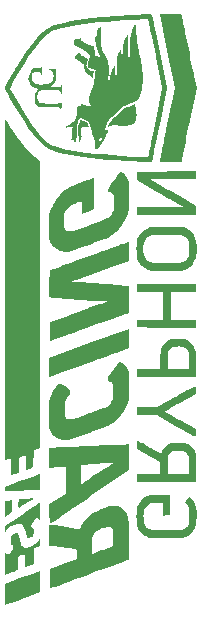
<source format=gbo>
G04 #@! TF.GenerationSoftware,KiCad,Pcbnew,7.0.9*
G04 #@! TF.CreationDate,2023-11-18T03:00:04-05:00*
G04 #@! TF.ProjectId,RLM,524c4d2e-6b69-4636-9164-5f7063625858,rev?*
G04 #@! TF.SameCoordinates,Original*
G04 #@! TF.FileFunction,Legend,Bot*
G04 #@! TF.FilePolarity,Positive*
%FSLAX46Y46*%
G04 Gerber Fmt 4.6, Leading zero omitted, Abs format (unit mm)*
G04 Created by KiCad (PCBNEW 7.0.9) date 2023-11-18 03:00:04*
%MOMM*%
%LPD*%
G01*
G04 APERTURE LIST*
G04 Aperture macros list*
%AMRoundRect*
0 Rectangle with rounded corners*
0 $1 Rounding radius*
0 $2 $3 $4 $5 $6 $7 $8 $9 X,Y pos of 4 corners*
0 Add a 4 corners polygon primitive as box body*
4,1,4,$2,$3,$4,$5,$6,$7,$8,$9,$2,$3,0*
0 Add four circle primitives for the rounded corners*
1,1,$1+$1,$2,$3*
1,1,$1+$1,$4,$5*
1,1,$1+$1,$6,$7*
1,1,$1+$1,$8,$9*
0 Add four rect primitives between the rounded corners*
20,1,$1+$1,$2,$3,$4,$5,0*
20,1,$1+$1,$4,$5,$6,$7,0*
20,1,$1+$1,$6,$7,$8,$9,0*
20,1,$1+$1,$8,$9,$2,$3,0*%
G04 Aperture macros list end*
%ADD10C,1.270000*%
%ADD11RoundRect,0.250001X0.499999X0.759999X-0.499999X0.759999X-0.499999X-0.759999X0.499999X-0.759999X0*%
%ADD12O,1.500000X2.020000*%
%ADD13R,1.700000X1.700000*%
%ADD14O,1.700000X1.700000*%
%ADD15C,2.000000*%
%ADD16C,1.524000*%
%ADD17RoundRect,0.250001X0.759999X-0.499999X0.759999X0.499999X-0.759999X0.499999X-0.759999X-0.499999X0*%
%ADD18O,2.020000X1.500000*%
%ADD19C,7.000000*%
%ADD20R,1.524000X1.524000*%
G04 APERTURE END LIST*
G36*
X114995858Y-78753606D02*
G01*
X114723915Y-78934580D01*
X114642479Y-78988264D01*
X114540303Y-79053949D01*
X114467129Y-79098895D01*
X114435005Y-79115555D01*
X114433217Y-79111554D01*
X114429038Y-79060493D01*
X114426181Y-78957998D01*
X114424761Y-78813370D01*
X114424890Y-78635907D01*
X114426684Y-78434911D01*
X114435328Y-77754268D01*
X114715593Y-77745014D01*
X114995858Y-77735759D01*
X114995858Y-78753606D01*
G37*
G36*
X130594597Y-60121607D02*
G01*
X128448569Y-60121607D01*
X128448569Y-62427787D01*
X130594597Y-62427787D01*
X130594597Y-63100422D01*
X128117590Y-63100422D01*
X128034673Y-63100410D01*
X127645435Y-63100031D01*
X127275864Y-63099149D01*
X126930893Y-63097807D01*
X126615454Y-63096047D01*
X126334480Y-63093911D01*
X126092905Y-63091442D01*
X125895659Y-63088680D01*
X125747676Y-63085670D01*
X125653889Y-63082452D01*
X125619229Y-63079069D01*
X125613449Y-63061489D01*
X125605429Y-62990179D01*
X125599922Y-62878954D01*
X125597875Y-62742751D01*
X125597875Y-62427787D01*
X127839994Y-62427787D01*
X127839994Y-60121607D01*
X125597875Y-60121607D01*
X125597875Y-59448972D01*
X130594597Y-59448972D01*
X130594597Y-60121607D01*
G37*
G36*
X117375918Y-83728733D02*
G01*
X117381719Y-83768946D01*
X117386369Y-83863826D01*
X117389725Y-84005287D01*
X117391646Y-84185242D01*
X117391991Y-84395604D01*
X117390619Y-84628287D01*
X117382112Y-85528661D01*
X116116917Y-85989470D01*
X116007388Y-86029365D01*
X115731079Y-86130034D01*
X115468691Y-86225664D01*
X115227939Y-86313442D01*
X115016533Y-86390555D01*
X114842186Y-86454191D01*
X114712610Y-86501536D01*
X114635517Y-86529778D01*
X114419313Y-86609278D01*
X114419313Y-84795392D01*
X115884982Y-84261652D01*
X115913320Y-84251334D01*
X116203383Y-84145913D01*
X116474567Y-84047693D01*
X116720972Y-83958786D01*
X116936701Y-83881306D01*
X117115855Y-83817366D01*
X117252537Y-83769078D01*
X117340847Y-83738556D01*
X117374888Y-83727913D01*
X117375918Y-83728733D01*
G37*
G36*
X124917795Y-64005905D02*
G01*
X124919030Y-64184099D01*
X124918671Y-64388999D01*
X124916375Y-64565605D01*
X124912336Y-64704979D01*
X124906748Y-64798182D01*
X124899805Y-64836273D01*
X124899526Y-64836517D01*
X124879714Y-64845932D01*
X124829835Y-64866124D01*
X124748115Y-64897743D01*
X124632780Y-64941440D01*
X124482057Y-64997865D01*
X124294171Y-65067670D01*
X124067348Y-65151505D01*
X123799815Y-65250020D01*
X123489798Y-65363867D01*
X123135523Y-65493696D01*
X122735216Y-65640158D01*
X122287103Y-65803904D01*
X121789410Y-65985584D01*
X121240364Y-66185850D01*
X120638190Y-66405351D01*
X119981114Y-66644739D01*
X119267364Y-66904664D01*
X118495164Y-67185778D01*
X118198884Y-67293621D01*
X118198884Y-65642282D01*
X121554054Y-64422189D01*
X124909225Y-63202096D01*
X124917795Y-64005905D01*
G37*
G36*
X116845326Y-77559138D02*
G01*
X116831746Y-77571359D01*
X116773150Y-77613240D01*
X116676643Y-77679114D01*
X116551248Y-77763085D01*
X116405987Y-77859258D01*
X116249885Y-77961736D01*
X116091962Y-78064624D01*
X115941243Y-78162026D01*
X115806750Y-78248047D01*
X115697505Y-78316789D01*
X115622531Y-78362359D01*
X115590852Y-78378858D01*
X115584420Y-78356580D01*
X115578193Y-78281978D01*
X115573963Y-78167321D01*
X115572403Y-78025520D01*
X115573883Y-77887181D01*
X115580516Y-77761135D01*
X115593130Y-77687355D01*
X115612440Y-77659304D01*
X115624384Y-77656821D01*
X115691039Y-77648349D01*
X115802060Y-77636986D01*
X115945429Y-77623707D01*
X116109129Y-77609489D01*
X116281143Y-77595309D01*
X116449455Y-77582142D01*
X116602046Y-77570965D01*
X116726899Y-77562755D01*
X116811998Y-77558487D01*
X116845326Y-77559138D01*
G37*
G36*
X117390888Y-75499788D02*
G01*
X117393195Y-75548159D01*
X117395185Y-75648294D01*
X117396745Y-75790826D01*
X117397763Y-75966388D01*
X117398128Y-76165610D01*
X117398128Y-76835086D01*
X117037787Y-76854659D01*
X116958569Y-76858731D01*
X116790022Y-76866655D01*
X116580349Y-76875896D01*
X116343559Y-76885858D01*
X116093660Y-76895941D01*
X115844660Y-76905549D01*
X115677358Y-76911977D01*
X115434144Y-76921773D01*
X115203286Y-76931566D01*
X114997701Y-76940787D01*
X114830304Y-76948870D01*
X114714011Y-76955245D01*
X114416150Y-76973624D01*
X114425739Y-76772020D01*
X114435328Y-76570417D01*
X115908720Y-76033910D01*
X115946031Y-76020325D01*
X116235701Y-75914903D01*
X116505783Y-75816698D01*
X116750476Y-75727811D01*
X116963981Y-75650347D01*
X117140497Y-75586407D01*
X117274226Y-75538096D01*
X117359367Y-75507515D01*
X117390120Y-75496769D01*
X117390888Y-75499788D01*
G37*
G36*
X130594444Y-68409439D02*
G01*
X130594292Y-68721734D01*
X129281203Y-69453417D01*
X129027808Y-69595019D01*
X128779594Y-69734565D01*
X128554569Y-69861931D01*
X128358210Y-69973976D01*
X128195991Y-70067559D01*
X128073389Y-70139540D01*
X127995881Y-70186777D01*
X127968943Y-70206128D01*
X127992416Y-70223070D01*
X128066702Y-70268347D01*
X128186436Y-70338570D01*
X128346113Y-70430586D01*
X128540231Y-70541244D01*
X128763283Y-70667391D01*
X129009766Y-70805876D01*
X129274176Y-70953546D01*
X130578582Y-71679936D01*
X130596916Y-72293108D01*
X130482272Y-72293108D01*
X130452801Y-72288922D01*
X130400907Y-72272017D01*
X130326534Y-72240084D01*
X130225593Y-72190938D01*
X130093992Y-72122396D01*
X129927641Y-72032273D01*
X129722450Y-71918383D01*
X129474329Y-71778544D01*
X129179186Y-71610569D01*
X128832932Y-71412276D01*
X127298237Y-70531444D01*
X125597875Y-70531444D01*
X125597875Y-69858808D01*
X127330925Y-69858808D01*
X128866118Y-68977976D01*
X128891010Y-68963697D01*
X129262165Y-68751612D01*
X129580589Y-68571374D01*
X129848321Y-68421885D01*
X130067400Y-68302044D01*
X130239864Y-68210749D01*
X130367752Y-68146901D01*
X130453102Y-68109399D01*
X130497954Y-68097143D01*
X130594597Y-68097143D01*
X130594444Y-68409439D01*
G37*
G36*
X120886740Y-45533479D02*
G01*
X120969622Y-45561517D01*
X121076189Y-45600570D01*
X121190605Y-45644579D01*
X121297033Y-45687485D01*
X121379638Y-45723229D01*
X121422583Y-45745753D01*
X121426351Y-45749170D01*
X121456650Y-45803986D01*
X121480514Y-45887571D01*
X121482336Y-45897133D01*
X121501304Y-45984195D01*
X121517940Y-46042979D01*
X121518226Y-46043767D01*
X121509460Y-46064754D01*
X121461304Y-46081293D01*
X121365536Y-46095143D01*
X121213934Y-46108066D01*
X121189449Y-46109881D01*
X121024023Y-46126839D01*
X120919792Y-46147510D01*
X120878148Y-46171633D01*
X120843167Y-46313878D01*
X120838362Y-46508831D01*
X120874494Y-46704502D01*
X120905171Y-46821215D01*
X120912925Y-46904605D01*
X120897077Y-46965583D01*
X120890249Y-46981541D01*
X120864796Y-47070018D01*
X120846717Y-47174629D01*
X120818920Y-47302879D01*
X120766822Y-47380580D01*
X120688359Y-47405592D01*
X120655741Y-47404440D01*
X120641849Y-47390389D01*
X120676265Y-47347017D01*
X120700365Y-47309949D01*
X120725870Y-47202753D01*
X120719187Y-47070470D01*
X120680125Y-46933569D01*
X120673696Y-46917074D01*
X120649178Y-46817657D01*
X120648331Y-46734408D01*
X120651596Y-46711435D01*
X120651225Y-46616364D01*
X120637427Y-46508745D01*
X120621027Y-46371231D01*
X120628723Y-46137813D01*
X120673008Y-45903724D01*
X120749945Y-45697334D01*
X120786415Y-45625335D01*
X120823338Y-45554103D01*
X120840615Y-45523095D01*
X120843380Y-45522514D01*
X120886740Y-45533479D01*
G37*
G36*
X125466688Y-44292938D02*
G01*
X125524292Y-44549444D01*
X125561942Y-44819198D01*
X125574250Y-45097864D01*
X125574270Y-45104122D01*
X125565848Y-45342513D01*
X125535603Y-45528620D01*
X125478049Y-45671917D01*
X125387699Y-45781875D01*
X125259067Y-45867966D01*
X125086667Y-45939663D01*
X125080526Y-45941772D01*
X124982354Y-45971945D01*
X124886198Y-45992070D01*
X124775554Y-46003966D01*
X124633918Y-46009449D01*
X124444786Y-46010338D01*
X124432215Y-46010276D01*
X124253409Y-46006371D01*
X124081850Y-45997642D01*
X123936472Y-45985325D01*
X123836211Y-45970653D01*
X123796810Y-45962482D01*
X123710843Y-45950325D01*
X123631589Y-45953160D01*
X123536695Y-45973148D01*
X123403802Y-46012451D01*
X123362336Y-46025281D01*
X123248146Y-46059512D01*
X123163096Y-46083380D01*
X123123135Y-46092347D01*
X123120997Y-46090742D01*
X123129028Y-46053097D01*
X123160357Y-45975672D01*
X123209644Y-45872064D01*
X123235839Y-45822160D01*
X123277310Y-45753214D01*
X123328176Y-45682962D01*
X123394798Y-45604471D01*
X123483540Y-45510808D01*
X123600763Y-45395038D01*
X123752830Y-45250228D01*
X123946103Y-45069444D01*
X124106351Y-44920427D01*
X124260466Y-44778288D01*
X124380938Y-44669890D01*
X124474939Y-44589806D01*
X124549642Y-44532607D01*
X124612219Y-44492868D01*
X124669843Y-44465159D01*
X124729688Y-44444054D01*
X124798924Y-44424124D01*
X124920082Y-44386833D01*
X125086324Y-44327642D01*
X125231355Y-44268125D01*
X125436488Y-44175114D01*
X125466688Y-44292938D01*
G37*
G36*
X130594597Y-50544558D02*
G01*
X128634344Y-50544558D01*
X128330598Y-50544852D01*
X127980182Y-50545996D01*
X127663005Y-50547943D01*
X127383470Y-50550629D01*
X127145979Y-50553989D01*
X126954936Y-50557958D01*
X126814743Y-50562472D01*
X126729804Y-50567467D01*
X126704521Y-50572877D01*
X126705382Y-50573620D01*
X126745671Y-50599106D01*
X126832477Y-50649320D01*
X126956546Y-50719059D01*
X127108626Y-50803118D01*
X127279464Y-50896291D01*
X127396628Y-50960609D01*
X127577950Y-51061791D01*
X127799084Y-51186439D01*
X128051669Y-51329791D01*
X128327343Y-51487087D01*
X128617745Y-51653567D01*
X128914514Y-51824469D01*
X129209288Y-51995034D01*
X130594597Y-52798682D01*
X130594597Y-53555403D01*
X125597875Y-53555403D01*
X125597875Y-52878386D01*
X127567748Y-52888584D01*
X127607595Y-52888787D01*
X127954337Y-52890213D01*
X128280764Y-52890970D01*
X128581407Y-52891083D01*
X128850799Y-52890576D01*
X129083472Y-52889475D01*
X129273957Y-52887804D01*
X129416787Y-52885589D01*
X129506494Y-52882854D01*
X129537610Y-52879624D01*
X129529518Y-52871655D01*
X129475989Y-52837146D01*
X129380639Y-52781683D01*
X129253200Y-52710853D01*
X129103404Y-52630247D01*
X129093630Y-52625060D01*
X128956885Y-52551642D01*
X128802217Y-52467018D01*
X128625481Y-52368829D01*
X128422531Y-52254713D01*
X128189223Y-52122309D01*
X127921409Y-51969256D01*
X127614946Y-51793195D01*
X127265686Y-51591763D01*
X126869486Y-51362601D01*
X126422199Y-51103346D01*
X125596963Y-50624634D01*
X125613891Y-49887938D01*
X130594597Y-49871530D01*
X130594597Y-50544558D01*
G37*
G36*
X120761745Y-39887660D02*
G01*
X120763347Y-39888221D01*
X120846965Y-39932928D01*
X120873411Y-39990586D01*
X120887129Y-40027410D01*
X120935371Y-40070997D01*
X121026519Y-40126155D01*
X121168944Y-40198783D01*
X121249514Y-40239065D01*
X121369717Y-40306036D01*
X121435728Y-40355734D01*
X121451675Y-40390964D01*
X121437216Y-40437341D01*
X121406867Y-40527344D01*
X121368426Y-40637297D01*
X121335107Y-40746643D01*
X121316393Y-40903831D01*
X121346156Y-41038189D01*
X121425883Y-41163306D01*
X121463497Y-41202674D01*
X121587493Y-41293321D01*
X121729411Y-41358014D01*
X121862346Y-41383199D01*
X121923345Y-41388726D01*
X121943040Y-41417144D01*
X121933346Y-41488001D01*
X121924455Y-41537757D01*
X121907745Y-41651793D01*
X121892907Y-41774757D01*
X121873556Y-41957414D01*
X121560610Y-41717536D01*
X121558926Y-41716244D01*
X121435108Y-41620068D01*
X121328403Y-41534883D01*
X121250148Y-41469892D01*
X121211680Y-41434299D01*
X121206975Y-41426897D01*
X121185863Y-41363058D01*
X121164248Y-41258528D01*
X121146145Y-41131834D01*
X121142649Y-41102630D01*
X121123572Y-40974859D01*
X121102236Y-40870312D01*
X121082636Y-40809278D01*
X121050283Y-40774370D01*
X120972240Y-40712128D01*
X120862496Y-40634990D01*
X120733658Y-40552242D01*
X120620841Y-40479702D01*
X120507413Y-40399381D01*
X120424000Y-40331842D01*
X120383325Y-40286726D01*
X120361479Y-40230480D01*
X120360479Y-40148734D01*
X120406720Y-40066824D01*
X120505502Y-39971063D01*
X120588711Y-39903562D01*
X120645347Y-39871562D01*
X120696032Y-39868538D01*
X120761745Y-39887660D01*
G37*
G36*
X129404728Y-36731507D02*
G01*
X129405578Y-36735494D01*
X129419245Y-36800934D01*
X129444417Y-36922525D01*
X129479889Y-37094406D01*
X129524453Y-37310714D01*
X129576903Y-37565588D01*
X129636034Y-37853167D01*
X129700638Y-38167588D01*
X129769509Y-38502990D01*
X129841442Y-38853512D01*
X129893898Y-39109166D01*
X129974258Y-39500696D01*
X130055511Y-39896434D01*
X130135689Y-40286815D01*
X130212829Y-40662272D01*
X130284964Y-41013240D01*
X130350128Y-41330151D01*
X130406357Y-41603440D01*
X130451684Y-41823540D01*
X130657802Y-42823707D01*
X130017670Y-45939429D01*
X129966209Y-46189981D01*
X129878511Y-46617327D01*
X129795044Y-47024510D01*
X129716676Y-47407270D01*
X129644276Y-47761349D01*
X129578712Y-48082491D01*
X129520851Y-48366435D01*
X129471562Y-48608925D01*
X129431714Y-48805702D01*
X129402174Y-48952508D01*
X129383810Y-49045084D01*
X129377492Y-49079174D01*
X129375635Y-49080698D01*
X129330634Y-49086708D01*
X129231486Y-49092091D01*
X129086175Y-49096638D01*
X128902682Y-49100143D01*
X128688992Y-49102399D01*
X128453086Y-49103196D01*
X127528725Y-49103196D01*
X127666561Y-48422553D01*
X127700111Y-48257269D01*
X127748432Y-48019989D01*
X127804894Y-47743347D01*
X127866943Y-47439820D01*
X127932031Y-47121889D01*
X127997604Y-46802032D01*
X128061111Y-46492730D01*
X128094466Y-46330329D01*
X128169761Y-45963185D01*
X128251496Y-45564038D01*
X128335795Y-45151837D01*
X128418786Y-44745531D01*
X128496593Y-44364069D01*
X128565343Y-44026399D01*
X128812860Y-42809249D01*
X128172698Y-39694306D01*
X127532537Y-36579363D01*
X129372138Y-36579363D01*
X129404728Y-36731507D01*
G37*
G36*
X117376087Y-77935469D02*
G01*
X117384802Y-77987884D01*
X117390943Y-78080242D01*
X117394830Y-78218569D01*
X117396779Y-78408890D01*
X117397109Y-78657233D01*
X117396890Y-78772392D01*
X117395832Y-78986368D01*
X117393621Y-79145878D01*
X117389810Y-79257547D01*
X117383948Y-79328003D01*
X117375586Y-79363871D01*
X117364274Y-79371779D01*
X117349564Y-79358352D01*
X117308877Y-79314253D01*
X117230582Y-79250564D01*
X117149592Y-79200340D01*
X117089567Y-79179826D01*
X117069001Y-79192769D01*
X117015624Y-79248258D01*
X116941920Y-79337416D01*
X116857348Y-79449269D01*
X116791407Y-79541477D01*
X116723909Y-79644193D01*
X116684473Y-79722100D01*
X116666010Y-79790185D01*
X116661432Y-79863435D01*
X116661483Y-79878272D01*
X116667179Y-79962356D01*
X116688151Y-80002985D01*
X116732698Y-80018182D01*
X116760658Y-80025603D01*
X116828600Y-80086051D01*
X116870090Y-80200449D01*
X116883363Y-80364735D01*
X116875368Y-80509250D01*
X116841850Y-80653719D01*
X116777554Y-80758238D01*
X116677447Y-80834287D01*
X116612669Y-80868168D01*
X116486325Y-80919062D01*
X116395431Y-80927799D01*
X116332218Y-80895763D01*
X116306687Y-80848498D01*
X116271904Y-80751710D01*
X116233185Y-80620438D01*
X116195145Y-80469045D01*
X116189730Y-80445722D01*
X116127083Y-80199621D01*
X116065099Y-80010526D01*
X115998877Y-79872185D01*
X115923520Y-79778343D01*
X115834128Y-79722748D01*
X115725802Y-79699147D01*
X115593643Y-79701286D01*
X115466009Y-79718970D01*
X115195240Y-79798293D01*
X114943534Y-79927542D01*
X114723827Y-80099226D01*
X114549059Y-80305859D01*
X114419313Y-80500156D01*
X114419313Y-79927610D01*
X115868682Y-78934681D01*
X116028402Y-78825284D01*
X116292868Y-78644250D01*
X116539165Y-78475784D01*
X116762341Y-78323266D01*
X116957445Y-78190076D01*
X117119524Y-78079593D01*
X117243626Y-77995198D01*
X117324799Y-77940269D01*
X117358090Y-77918188D01*
X117364481Y-77916971D01*
X117376087Y-77935469D01*
G37*
G36*
X129174320Y-64045398D02*
G01*
X129361329Y-64046797D01*
X129500888Y-64050835D01*
X129605060Y-64058681D01*
X129685906Y-64071506D01*
X129755488Y-64090480D01*
X129825870Y-64116772D01*
X129895959Y-64148179D01*
X130116336Y-64290372D01*
X130303920Y-64480684D01*
X130451014Y-64710047D01*
X130549917Y-64969394D01*
X130560632Y-65021008D01*
X130571680Y-65111673D01*
X130580262Y-65236718D01*
X130586593Y-65402074D01*
X130590887Y-65613676D01*
X130593357Y-65877457D01*
X130594217Y-66199350D01*
X130594597Y-67264357D01*
X130023467Y-67264357D01*
X125597875Y-67264357D01*
X125597875Y-66591721D01*
X127583752Y-66591721D01*
X128192327Y-66591721D01*
X130023467Y-66591721D01*
X130012752Y-65895063D01*
X130009775Y-65711117D01*
X130005818Y-65525000D01*
X130000736Y-65385775D01*
X129993487Y-65283797D01*
X129983028Y-65209425D01*
X129968316Y-65153015D01*
X129948308Y-65104923D01*
X129921961Y-65055508D01*
X129850715Y-64952296D01*
X129698248Y-64818480D01*
X129509335Y-64734479D01*
X129448119Y-64721682D01*
X129300617Y-64707027D01*
X129124731Y-64702956D01*
X128942797Y-64709060D01*
X128777150Y-64724932D01*
X128650126Y-64750164D01*
X128573872Y-64779365D01*
X128421880Y-64879138D01*
X128300604Y-65015576D01*
X128226667Y-65172115D01*
X128225598Y-65176277D01*
X128215145Y-65251692D01*
X128206078Y-65378042D01*
X128198930Y-65543368D01*
X128194229Y-65735710D01*
X128192505Y-65943108D01*
X128192327Y-66591721D01*
X127583752Y-66591721D01*
X127583994Y-65959123D01*
X127585718Y-65753819D01*
X127590552Y-65549261D01*
X127597915Y-65365694D01*
X127607229Y-65217472D01*
X127617913Y-65118950D01*
X127650578Y-64968996D01*
X127754401Y-64703163D01*
X127908271Y-64470238D01*
X128107024Y-64277232D01*
X128345493Y-64131158D01*
X128411023Y-64101548D01*
X128473199Y-64078631D01*
X128539817Y-64062967D01*
X128622799Y-64053180D01*
X128734071Y-64047893D01*
X128885555Y-64045730D01*
X129089174Y-64045315D01*
X129174320Y-64045398D01*
G37*
G36*
X125763178Y-72745139D02*
G01*
X125818015Y-72759763D01*
X125890646Y-72788597D01*
X125987253Y-72834782D01*
X126114017Y-72901457D01*
X126277116Y-72991760D01*
X126482734Y-73108831D01*
X126737049Y-73255810D01*
X126861632Y-73328000D01*
X127067370Y-73446570D01*
X127250866Y-73551514D01*
X127405504Y-73639094D01*
X127524670Y-73705573D01*
X127601749Y-73747216D01*
X127630127Y-73760287D01*
X127630592Y-73759567D01*
X127648696Y-73723268D01*
X127685522Y-73645677D01*
X127733709Y-73542288D01*
X127740547Y-73527747D01*
X127887152Y-73292605D01*
X128081128Y-73100263D01*
X128320448Y-72952757D01*
X128528645Y-72853638D01*
X129683081Y-72853638D01*
X129894531Y-72957734D01*
X129922136Y-72971728D01*
X130145845Y-73121952D01*
X130329636Y-73319601D01*
X130477221Y-73568566D01*
X130578582Y-73782515D01*
X130588396Y-74959628D01*
X130598211Y-76136740D01*
X130023295Y-76136740D01*
X125597875Y-76136740D01*
X125597875Y-75464104D01*
X127583752Y-75464104D01*
X128192327Y-75464104D01*
X130023295Y-75464104D01*
X130012493Y-74735416D01*
X130009959Y-74573553D01*
X130005935Y-74373928D01*
X130000929Y-74222959D01*
X129994054Y-74111347D01*
X129984420Y-74029791D01*
X129971141Y-73968990D01*
X129953327Y-73919645D01*
X129930092Y-73872454D01*
X129867048Y-73776479D01*
X129720823Y-73638441D01*
X129540826Y-73546712D01*
X129507737Y-73538078D01*
X129392827Y-73522529D01*
X129241557Y-73513722D01*
X129073127Y-73511669D01*
X128906737Y-73516382D01*
X128761585Y-73527873D01*
X128656871Y-73546154D01*
X128650221Y-73548082D01*
X128520637Y-73612721D01*
X128394093Y-73718405D01*
X128290113Y-73845607D01*
X128228223Y-73974803D01*
X128217194Y-74043021D01*
X128207083Y-74169713D01*
X128199312Y-74341813D01*
X128194311Y-74549627D01*
X128192505Y-74783461D01*
X128192327Y-75464104D01*
X127583752Y-75464104D01*
X127582341Y-74991658D01*
X127580931Y-74519212D01*
X125597875Y-73376570D01*
X125597875Y-72741532D01*
X125724551Y-72741532D01*
X125763178Y-72745139D01*
G37*
G36*
X115455786Y-80493959D02*
G01*
X115490932Y-80505087D01*
X115520947Y-80535359D01*
X115549661Y-80593447D01*
X115580906Y-80688025D01*
X115618511Y-80827765D01*
X115666308Y-81021339D01*
X115688580Y-81109977D01*
X115756575Y-81337723D01*
X115828932Y-81508730D01*
X115910155Y-81628486D01*
X116004747Y-81702481D01*
X116117213Y-81736201D01*
X116252055Y-81735135D01*
X116459605Y-81692805D01*
X116713340Y-81591770D01*
X116948348Y-81445782D01*
X117150304Y-81264081D01*
X117304885Y-81055908D01*
X117398855Y-80893234D01*
X117390484Y-81245282D01*
X117382112Y-81597331D01*
X117117863Y-81692199D01*
X116853613Y-81787068D01*
X116853613Y-83146070D01*
X116717484Y-83196038D01*
X116628152Y-83228829D01*
X116497745Y-83276699D01*
X116365152Y-83325373D01*
X116148947Y-83404739D01*
X116148947Y-82845645D01*
X116147986Y-82689378D01*
X116144679Y-82528771D01*
X116139440Y-82401550D01*
X116132708Y-82317939D01*
X116124925Y-82288162D01*
X116113120Y-82291005D01*
X116051227Y-82311490D01*
X115951449Y-82347286D01*
X115828645Y-82393127D01*
X115556387Y-82496482D01*
X115547641Y-83064152D01*
X115544706Y-83228014D01*
X115540886Y-83389402D01*
X115536824Y-83517290D01*
X115532851Y-83601491D01*
X115529295Y-83631822D01*
X115506276Y-83639296D01*
X115431695Y-83665639D01*
X115315182Y-83707577D01*
X115166611Y-83761551D01*
X114995858Y-83824003D01*
X114852512Y-83876228D01*
X114696699Y-83932072D01*
X114570099Y-83976407D01*
X114482994Y-84005642D01*
X114445667Y-84016185D01*
X114443426Y-84012757D01*
X114436968Y-83962663D01*
X114431194Y-83858974D01*
X114426323Y-83709562D01*
X114422574Y-83522300D01*
X114420165Y-83305058D01*
X114419313Y-83065709D01*
X114419313Y-82115233D01*
X114491381Y-82180874D01*
X114575670Y-82246544D01*
X114666439Y-82298338D01*
X114735309Y-82318581D01*
X114748631Y-82311080D01*
X114796127Y-82262997D01*
X114865089Y-82180249D01*
X114945612Y-82074340D01*
X114963813Y-82049295D01*
X115045108Y-81931356D01*
X115093913Y-81843739D01*
X115117709Y-81770578D01*
X115123979Y-81696001D01*
X115119658Y-81621127D01*
X115092527Y-81550934D01*
X115027888Y-81490859D01*
X115018499Y-81483892D01*
X114976673Y-81449028D01*
X114951100Y-81410841D01*
X114937817Y-81354145D01*
X114932861Y-81263758D01*
X114932269Y-81124495D01*
X114932711Y-81080935D01*
X114939646Y-80936542D01*
X114953489Y-80819888D01*
X114972307Y-80749098D01*
X114973034Y-80747666D01*
X115027596Y-80687059D01*
X115121841Y-80619603D01*
X115234790Y-80556969D01*
X115345464Y-80510830D01*
X115432883Y-80492856D01*
X115455786Y-80493959D01*
G37*
G36*
X124925240Y-75170833D02*
G01*
X121669703Y-77401926D01*
X121518117Y-77505805D01*
X121040261Y-77833158D01*
X120896879Y-77931305D01*
X120611632Y-78126561D01*
X120229495Y-78387835D01*
X119891114Y-78618803D01*
X119593751Y-78821285D01*
X119334670Y-78997101D01*
X119111135Y-79148075D01*
X118920410Y-79276026D01*
X118759759Y-79382777D01*
X118626445Y-79470148D01*
X118517731Y-79539960D01*
X118430882Y-79594036D01*
X118363160Y-79634195D01*
X118311831Y-79662260D01*
X118274157Y-79680052D01*
X118247402Y-79689391D01*
X118228829Y-79692099D01*
X118223628Y-79682215D01*
X118215328Y-79618016D01*
X118208475Y-79499422D01*
X118203299Y-79332617D01*
X118200026Y-79123788D01*
X118198884Y-78879122D01*
X118198884Y-78066145D01*
X119576186Y-77157073D01*
X119576186Y-75967462D01*
X120862438Y-75967462D01*
X120863997Y-76124986D01*
X120867976Y-76235160D01*
X120874619Y-76304009D01*
X120884172Y-76337562D01*
X120896879Y-76341844D01*
X120932875Y-76319087D01*
X121015242Y-76265942D01*
X121136400Y-76187325D01*
X121288902Y-76088076D01*
X121465302Y-75973037D01*
X121658153Y-75847047D01*
X121754501Y-75784115D01*
X122004370Y-75621379D01*
X122271230Y-75448134D01*
X122537447Y-75275799D01*
X122785390Y-75115797D01*
X122997425Y-74979548D01*
X123171622Y-74866970D01*
X123352653Y-74746493D01*
X123483014Y-74654387D01*
X123565370Y-74588471D01*
X123602384Y-74546563D01*
X123596718Y-74526482D01*
X123551037Y-74526045D01*
X123543065Y-74526904D01*
X123480408Y-74532546D01*
X123365256Y-74542373D01*
X123206023Y-74555699D01*
X123011123Y-74571838D01*
X122788972Y-74590101D01*
X122547984Y-74609803D01*
X122296574Y-74630257D01*
X122043155Y-74650775D01*
X121796144Y-74670671D01*
X121563955Y-74689259D01*
X121355001Y-74705851D01*
X121177699Y-74719760D01*
X120873411Y-74743423D01*
X120864849Y-75554421D01*
X120863053Y-75756560D01*
X120862438Y-75967462D01*
X119576186Y-75967462D01*
X119576186Y-74881270D01*
X119392012Y-74899694D01*
X119308733Y-74906867D01*
X119164661Y-74917045D01*
X118995691Y-74927335D01*
X118823474Y-74936343D01*
X118678758Y-74943973D01*
X118524959Y-74953736D01*
X118399013Y-74963479D01*
X118318998Y-74971925D01*
X118198884Y-74989281D01*
X118198884Y-73330946D01*
X118305223Y-73292493D01*
X118351303Y-73284699D01*
X118462096Y-73274321D01*
X118635199Y-73262024D01*
X118869715Y-73247855D01*
X119164746Y-73231858D01*
X119519397Y-73214081D01*
X119932770Y-73194571D01*
X120403969Y-73173373D01*
X120932097Y-73150535D01*
X121516257Y-73126103D01*
X121687189Y-73119068D01*
X122125397Y-73101118D01*
X122545987Y-73084009D01*
X122944320Y-73067923D01*
X123315758Y-73053043D01*
X123655661Y-73039551D01*
X123959391Y-73027629D01*
X124222310Y-73017461D01*
X124439779Y-73009228D01*
X124607158Y-73003114D01*
X124719810Y-72999300D01*
X124773096Y-72997969D01*
X124925240Y-72997774D01*
X124925240Y-75170833D01*
G37*
G36*
X114464649Y-45468177D02*
G01*
X114499792Y-45522788D01*
X114562454Y-45620209D01*
X114646781Y-45751337D01*
X114746917Y-45907066D01*
X114857007Y-46078292D01*
X115129894Y-46490918D01*
X115448726Y-46944157D01*
X115765535Y-47364499D01*
X116076588Y-47747555D01*
X116378154Y-48088938D01*
X116666499Y-48384261D01*
X116937891Y-48629134D01*
X117188597Y-48819171D01*
X117396162Y-48959060D01*
X117382112Y-73269334D01*
X117118497Y-73365773D01*
X116854882Y-73462213D01*
X116837598Y-74933579D01*
X116565341Y-75036277D01*
X116507404Y-75057850D01*
X116389500Y-75099909D01*
X116299393Y-75129547D01*
X116253046Y-75141389D01*
X116243836Y-75136653D01*
X116231633Y-75102597D01*
X116222863Y-75030265D01*
X116217112Y-74913216D01*
X116213965Y-74745012D01*
X116213008Y-74519212D01*
X116212999Y-74493063D01*
X116212364Y-74303520D01*
X116210846Y-74139193D01*
X116208605Y-74009794D01*
X116205803Y-73925033D01*
X116202603Y-73894621D01*
X116196094Y-73896106D01*
X116144373Y-73912417D01*
X116056455Y-73941904D01*
X115949859Y-73978516D01*
X115842101Y-74016203D01*
X115750699Y-74048914D01*
X115693169Y-74070597D01*
X115676508Y-74081424D01*
X115661468Y-74107105D01*
X115650365Y-74154849D01*
X115642388Y-74233056D01*
X115636727Y-74350124D01*
X115632570Y-74514455D01*
X115629109Y-74734446D01*
X115620448Y-75375737D01*
X115292138Y-75496239D01*
X114963827Y-75616741D01*
X114962171Y-75532415D01*
X114962125Y-75529810D01*
X114961675Y-75467327D01*
X114961381Y-75353213D01*
X114961253Y-75198910D01*
X114961301Y-75015856D01*
X114961536Y-74815491D01*
X114961560Y-74798572D01*
X114961047Y-74579879D01*
X114958558Y-74417400D01*
X114953598Y-74303799D01*
X114945674Y-74231738D01*
X114934293Y-74193882D01*
X114918960Y-74182894D01*
X114918143Y-74182907D01*
X114866202Y-74194328D01*
X114774598Y-74223024D01*
X114662622Y-74262969D01*
X114654246Y-74266118D01*
X114548683Y-74304994D01*
X114469970Y-74332567D01*
X114434597Y-74343045D01*
X114433893Y-74327669D01*
X114432901Y-74252617D01*
X114431935Y-74116925D01*
X114430999Y-73922611D01*
X114430092Y-73671692D01*
X114429218Y-73366185D01*
X114428377Y-73008109D01*
X114427573Y-72599481D01*
X114426806Y-72142319D01*
X114426079Y-71638639D01*
X114425393Y-71090461D01*
X114424751Y-70499800D01*
X114424154Y-69868676D01*
X114423604Y-69199104D01*
X114423103Y-68493104D01*
X114422652Y-67752693D01*
X114422255Y-66979887D01*
X114421912Y-66176705D01*
X114421626Y-65345165D01*
X114421397Y-64487283D01*
X114421229Y-63605078D01*
X114421123Y-62700567D01*
X114421081Y-61775767D01*
X114421105Y-60832697D01*
X114421197Y-59873373D01*
X114421248Y-59505572D01*
X114421458Y-58324883D01*
X114421735Y-57206467D01*
X114422081Y-56148947D01*
X114422500Y-55150949D01*
X114422997Y-54211098D01*
X114423575Y-53328019D01*
X114424239Y-52500338D01*
X114424991Y-51726680D01*
X114425835Y-51005669D01*
X114426776Y-50335931D01*
X114427818Y-49716091D01*
X114428963Y-49144774D01*
X114430217Y-48620605D01*
X114431582Y-48142210D01*
X114433062Y-47708213D01*
X114434662Y-47317240D01*
X114436386Y-46967915D01*
X114438236Y-46658864D01*
X114440217Y-46388713D01*
X114442333Y-46156085D01*
X114444587Y-45959607D01*
X114446984Y-45797902D01*
X114449526Y-45669598D01*
X114452219Y-45573318D01*
X114455065Y-45507688D01*
X114458069Y-45471333D01*
X114461234Y-45462877D01*
X114464649Y-45468177D01*
G37*
G36*
X128409049Y-78128738D02*
G01*
X128400524Y-79003449D01*
X128104244Y-79012658D01*
X127807964Y-79021868D01*
X127807964Y-77924807D01*
X127303487Y-77936079D01*
X127128040Y-77940675D01*
X126977308Y-77947216D01*
X126867950Y-77956616D01*
X126787871Y-77970422D01*
X126724972Y-77990180D01*
X126667159Y-78017438D01*
X126512023Y-78113014D01*
X126359964Y-78251893D01*
X126245340Y-78423069D01*
X126232524Y-78447745D01*
X126202845Y-78510895D01*
X126182469Y-78572648D01*
X126169636Y-78646094D01*
X126162591Y-78744326D01*
X126159575Y-78880434D01*
X126158832Y-79067509D01*
X126159437Y-79205935D01*
X126165282Y-79401693D01*
X126179949Y-79552739D01*
X126206625Y-79671261D01*
X126248498Y-79769445D01*
X126308756Y-79859478D01*
X126390586Y-79953548D01*
X126412472Y-79976830D01*
X126475013Y-80040157D01*
X126535845Y-80092259D01*
X126601545Y-80134230D01*
X126678691Y-80167164D01*
X126773858Y-80192156D01*
X126893624Y-80210300D01*
X127044565Y-80222692D01*
X127233259Y-80230424D01*
X127466282Y-80234593D01*
X127750212Y-80236291D01*
X128091624Y-80236614D01*
X128427293Y-80236262D01*
X128710690Y-80234630D01*
X128943127Y-80230874D01*
X129131199Y-80224147D01*
X129281502Y-80213605D01*
X129400632Y-80198404D01*
X129495187Y-80177696D01*
X129571760Y-80150639D01*
X129636950Y-80116386D01*
X129697351Y-80074092D01*
X129759560Y-80022912D01*
X129805449Y-79979040D01*
X129901819Y-79861742D01*
X129974052Y-79741926D01*
X129988428Y-79710232D01*
X130012464Y-79648175D01*
X130029246Y-79582257D01*
X130040070Y-79500439D01*
X130046234Y-79390682D01*
X130049035Y-79240947D01*
X130049769Y-79039195D01*
X130049727Y-79002318D01*
X130046559Y-78782705D01*
X130038785Y-78597584D01*
X130026965Y-78456789D01*
X130011660Y-78370154D01*
X129974544Y-78288393D01*
X129904486Y-78179169D01*
X129819478Y-78073675D01*
X129813893Y-78067545D01*
X129739030Y-77981426D01*
X129685911Y-77913157D01*
X129665719Y-77877039D01*
X129673018Y-77862526D01*
X129716379Y-77808630D01*
X129790068Y-77728028D01*
X129884046Y-77631987D01*
X130102374Y-77415332D01*
X130270143Y-77592723D01*
X130413526Y-77770108D01*
X130550210Y-78025506D01*
X130627752Y-78304524D01*
X130641932Y-78428644D01*
X130652233Y-78607304D01*
X130657366Y-78816191D01*
X130657506Y-79039613D01*
X130652825Y-79261878D01*
X130643497Y-79467293D01*
X130629696Y-79640165D01*
X130611596Y-79764802D01*
X130607143Y-79785105D01*
X130514208Y-80063951D01*
X130370896Y-80316032D01*
X130184627Y-80528079D01*
X130110913Y-80593018D01*
X129955310Y-80708274D01*
X129793044Y-80791852D01*
X129596058Y-80859554D01*
X129561118Y-80868780D01*
X129504310Y-80879928D01*
X129433788Y-80888825D01*
X129343257Y-80895642D01*
X129226427Y-80900552D01*
X129077004Y-80903728D01*
X128888696Y-80905342D01*
X128655211Y-80905566D01*
X128370256Y-80904573D01*
X128027539Y-80902535D01*
X126638859Y-80893234D01*
X126421450Y-80790255D01*
X126327721Y-80741710D01*
X126084029Y-80571199D01*
X125878908Y-80359293D01*
X125720397Y-80115392D01*
X125616534Y-79848899D01*
X125609316Y-79818021D01*
X125589864Y-79682369D01*
X125576138Y-79502960D01*
X125568154Y-79295087D01*
X125565929Y-79074040D01*
X125569480Y-78855113D01*
X125578821Y-78653597D01*
X125593971Y-78484783D01*
X125614945Y-78363963D01*
X125634891Y-78294209D01*
X125754334Y-78015623D01*
X125927029Y-77770497D01*
X126149636Y-77562845D01*
X126418820Y-77396684D01*
X126667292Y-77273814D01*
X127542434Y-77263921D01*
X128417575Y-77254027D01*
X128409049Y-78128738D01*
G37*
G36*
X129761987Y-54694926D02*
G01*
X130007930Y-54843060D01*
X130227656Y-55038958D01*
X130409929Y-55270238D01*
X130545887Y-55525635D01*
X130626666Y-55793886D01*
X130632528Y-55831444D01*
X130645220Y-55969424D01*
X130653454Y-56148082D01*
X130657220Y-56350491D01*
X130656508Y-56559724D01*
X130651309Y-56758854D01*
X130641611Y-56930955D01*
X130627406Y-57059100D01*
X130587806Y-57229950D01*
X130476184Y-57498703D01*
X130313780Y-57742394D01*
X130108280Y-57952234D01*
X129867373Y-58119432D01*
X129598745Y-58235199D01*
X129551435Y-58248869D01*
X129494728Y-58261692D01*
X129428176Y-58271961D01*
X129345003Y-58279952D01*
X129238431Y-58285941D01*
X129101684Y-58290203D01*
X128927984Y-58293014D01*
X128710556Y-58294650D01*
X128442622Y-58295388D01*
X128117405Y-58295502D01*
X128045680Y-58295396D01*
X127833433Y-58295081D01*
X127532189Y-58293535D01*
X127285013Y-58290696D01*
X127086361Y-58286397D01*
X126930687Y-58280467D01*
X126812447Y-58272737D01*
X126726097Y-58263039D01*
X126666091Y-58251203D01*
X126551632Y-58214599D01*
X126299375Y-58089748D01*
X126069495Y-57916201D01*
X125872300Y-57704226D01*
X125718097Y-57464095D01*
X125617193Y-57206077D01*
X125606854Y-57159082D01*
X125588198Y-57016427D01*
X125575116Y-56831849D01*
X125567632Y-56620394D01*
X125565904Y-56413568D01*
X126151296Y-56413568D01*
X126152368Y-56653846D01*
X126163668Y-56834160D01*
X126185347Y-56957263D01*
X126262180Y-57146402D01*
X126399095Y-57333937D01*
X126580839Y-57479760D01*
X126800985Y-57577399D01*
X126831178Y-57584286D01*
X126939774Y-57597651D01*
X127098565Y-57608569D01*
X127298051Y-57617058D01*
X127528733Y-57623137D01*
X127781109Y-57626823D01*
X128045680Y-57628134D01*
X128312945Y-57627089D01*
X128573404Y-57623706D01*
X128817558Y-57618003D01*
X129035904Y-57609998D01*
X129218944Y-57599710D01*
X129357177Y-57587156D01*
X129441103Y-57572354D01*
X129542947Y-57530642D01*
X129696086Y-57430940D01*
X129836714Y-57300444D01*
X129948442Y-57155184D01*
X130014879Y-57011191D01*
X130024627Y-56967216D01*
X130040095Y-56838461D01*
X130048538Y-56674262D01*
X130050390Y-56488816D01*
X130046084Y-56296322D01*
X130036057Y-56110975D01*
X130020741Y-55946974D01*
X130000571Y-55818515D01*
X129975982Y-55739795D01*
X129949040Y-55694733D01*
X129821191Y-55541309D01*
X129658136Y-55409043D01*
X129482242Y-55317083D01*
X129464315Y-55310466D01*
X129417416Y-55294773D01*
X129367678Y-55282166D01*
X129308299Y-55272372D01*
X129232476Y-55265118D01*
X129133408Y-55260131D01*
X129004292Y-55257137D01*
X128838327Y-55255864D01*
X128628710Y-55256038D01*
X128368640Y-55257387D01*
X128051314Y-55259637D01*
X127874656Y-55260983D01*
X127589620Y-55263409D01*
X127358582Y-55266032D01*
X127174983Y-55269231D01*
X127032264Y-55273384D01*
X126923866Y-55278871D01*
X126843232Y-55286070D01*
X126783803Y-55295360D01*
X126739020Y-55307119D01*
X126702325Y-55321726D01*
X126667159Y-55339559D01*
X126492777Y-55449717D01*
X126361625Y-55576518D01*
X126254713Y-55738742D01*
X126251605Y-55744463D01*
X126215295Y-55815245D01*
X126189984Y-55879899D01*
X126173350Y-55952462D01*
X126163072Y-56046970D01*
X126156829Y-56177462D01*
X126152297Y-56357974D01*
X126151296Y-56413568D01*
X125565904Y-56413568D01*
X125565767Y-56397106D01*
X125569543Y-56177031D01*
X125578984Y-55975214D01*
X125594110Y-55806701D01*
X125614945Y-55686536D01*
X125636072Y-55613023D01*
X125756158Y-55335196D01*
X125929654Y-55090698D01*
X126153467Y-54883236D01*
X126424502Y-54716516D01*
X126667567Y-54596387D01*
X129553613Y-54596387D01*
X129761987Y-54694926D01*
G37*
G36*
X124253602Y-66032507D02*
G01*
X124324730Y-66070607D01*
X124412756Y-66124640D01*
X124584679Y-66258303D01*
X124747372Y-66459799D01*
X124870727Y-66710270D01*
X124873985Y-66718989D01*
X124892763Y-66773451D01*
X124907790Y-66829774D01*
X124919578Y-66895733D01*
X124928639Y-66979103D01*
X124935484Y-67087659D01*
X124940625Y-67229176D01*
X124944573Y-67411427D01*
X124947840Y-67642189D01*
X124950938Y-67929235D01*
X124953126Y-68211498D01*
X124952783Y-68496216D01*
X124948042Y-68733385D01*
X124937645Y-68931964D01*
X124920333Y-69100910D01*
X124894846Y-69249182D01*
X124859926Y-69385738D01*
X124814314Y-69519536D01*
X124756751Y-69659534D01*
X124685978Y-69814690D01*
X124503815Y-70154279D01*
X124241550Y-70529174D01*
X123936967Y-70862182D01*
X123595077Y-71147946D01*
X123220888Y-71381108D01*
X123175022Y-71403341D01*
X123055174Y-71455132D01*
X122887589Y-71522997D01*
X122679949Y-71604152D01*
X122439937Y-71695808D01*
X122175234Y-71795179D01*
X121893523Y-71899480D01*
X121602486Y-72005922D01*
X121309805Y-72111719D01*
X121023163Y-72214085D01*
X120750240Y-72310232D01*
X120498720Y-72397375D01*
X120276284Y-72472726D01*
X120090615Y-72533499D01*
X119949394Y-72576907D01*
X119860304Y-72600163D01*
X119629968Y-72632515D01*
X119325141Y-72627626D01*
X119045375Y-72566428D01*
X118794772Y-72451566D01*
X118577436Y-72285685D01*
X118397470Y-72071428D01*
X118258978Y-71811441D01*
X118166064Y-71508367D01*
X118163160Y-71488494D01*
X118157149Y-71400368D01*
X118152317Y-71261030D01*
X118148812Y-71079466D01*
X118146776Y-70864664D01*
X118146357Y-70625610D01*
X118147699Y-70371292D01*
X118149559Y-70173877D01*
X118152631Y-69925023D01*
X118156495Y-69726165D01*
X118161672Y-69568858D01*
X118168685Y-69444657D01*
X118178053Y-69345116D01*
X118190297Y-69261790D01*
X118205939Y-69186233D01*
X118225499Y-69110000D01*
X118300596Y-68877358D01*
X118475735Y-68496902D01*
X118708546Y-68138215D01*
X118717590Y-68126195D01*
X118814111Y-67996252D01*
X118887725Y-67903473D01*
X118949715Y-67846975D01*
X119011365Y-67825872D01*
X119083957Y-67839281D01*
X119178774Y-67886317D01*
X119307100Y-67966096D01*
X119480217Y-68077733D01*
X119944534Y-68374281D01*
X119954291Y-68542189D01*
X119956918Y-68607459D01*
X119949000Y-68689486D01*
X119916110Y-68756806D01*
X119847629Y-68838958D01*
X119792954Y-68901427D01*
X119676171Y-69056166D01*
X119590225Y-69212833D01*
X119531629Y-69383571D01*
X119496896Y-69580521D01*
X119482541Y-69815828D01*
X119485076Y-70101635D01*
X119491435Y-70252876D01*
X119506735Y-70425689D01*
X119532787Y-70554852D01*
X119573535Y-70652356D01*
X119632923Y-70730192D01*
X119714894Y-70800353D01*
X119731169Y-70811876D01*
X119800023Y-70845683D01*
X119888773Y-70861409D01*
X120019182Y-70863577D01*
X120023897Y-70863475D01*
X120081052Y-70860253D01*
X120143445Y-70852019D01*
X120217160Y-70836839D01*
X120308285Y-70812779D01*
X120422905Y-70777908D01*
X120567107Y-70730291D01*
X120746977Y-70667995D01*
X120968601Y-70589088D01*
X121238065Y-70491636D01*
X121561455Y-70373706D01*
X121736510Y-70309352D01*
X122012440Y-70206424D01*
X122270378Y-70108427D01*
X122503272Y-70018140D01*
X122704069Y-69938342D01*
X122865716Y-69871813D01*
X122981162Y-69821332D01*
X123043354Y-69789679D01*
X123045452Y-69788328D01*
X123231009Y-69640148D01*
X123397297Y-69454376D01*
X123522418Y-69255433D01*
X123546512Y-69203356D01*
X123566103Y-69147556D01*
X123579724Y-69082261D01*
X123588448Y-68996558D01*
X123593351Y-68879535D01*
X123595505Y-68720279D01*
X123595984Y-68507878D01*
X123595248Y-68316409D01*
X123590608Y-68123738D01*
X123579057Y-67979539D01*
X123557622Y-67875102D01*
X123523328Y-67801715D01*
X123473199Y-67750668D01*
X123404263Y-67713250D01*
X123313544Y-67680750D01*
X123163912Y-67632705D01*
X123163743Y-67439909D01*
X123163575Y-67247112D01*
X123622364Y-66623137D01*
X123661666Y-66569648D01*
X123803566Y-66376980D01*
X123915101Y-66230053D01*
X124003022Y-66124610D01*
X124074080Y-66056392D01*
X124135029Y-66021141D01*
X124192619Y-66014599D01*
X124253602Y-66032507D01*
G37*
G36*
X124913562Y-55853865D02*
G01*
X124916777Y-55934315D01*
X124918887Y-56062838D01*
X124919810Y-56230976D01*
X124919466Y-56430267D01*
X124917773Y-56652252D01*
X124909225Y-57474953D01*
X123515908Y-57981513D01*
X123436964Y-58010187D01*
X123097132Y-58133103D01*
X122737900Y-58262298D01*
X122372524Y-58393049D01*
X122014263Y-58520631D01*
X121676372Y-58640322D01*
X121372108Y-58747396D01*
X121114729Y-58837131D01*
X120946393Y-58895805D01*
X120718594Y-58976477D01*
X120515762Y-59049794D01*
X120345032Y-59113099D01*
X120213540Y-59163734D01*
X120128420Y-59199040D01*
X120096808Y-59216360D01*
X120097254Y-59218272D01*
X120135794Y-59228927D01*
X120230466Y-59239676D01*
X120374581Y-59250021D01*
X120561445Y-59259465D01*
X120784369Y-59267509D01*
X120792449Y-59267753D01*
X121015433Y-59275359D01*
X121236787Y-59284815D01*
X121463773Y-59296657D01*
X121703650Y-59311420D01*
X121963678Y-59329639D01*
X122251117Y-59351849D01*
X122573229Y-59378585D01*
X122937272Y-59410383D01*
X123350508Y-59447778D01*
X123820196Y-59491305D01*
X124909225Y-59593108D01*
X124917638Y-60718592D01*
X124919135Y-60951639D01*
X124919915Y-61219977D01*
X124919084Y-61433343D01*
X124916495Y-61596989D01*
X124912000Y-61716165D01*
X124905452Y-61796122D01*
X124896704Y-61842110D01*
X124885608Y-61859380D01*
X124884546Y-61859776D01*
X124842774Y-61875044D01*
X124745180Y-61910607D01*
X124595688Y-61965038D01*
X124398220Y-62036908D01*
X124156699Y-62124792D01*
X123875047Y-62227261D01*
X123557187Y-62342890D01*
X123207042Y-62470250D01*
X122828534Y-62607916D01*
X122425586Y-62754459D01*
X122002121Y-62908453D01*
X121562062Y-63068471D01*
X121509643Y-63087531D01*
X121071326Y-63246916D01*
X120650062Y-63400109D01*
X120249774Y-63545682D01*
X119874385Y-63682210D01*
X119527817Y-63808265D01*
X119213994Y-63922421D01*
X118936839Y-64023249D01*
X118700274Y-64109323D01*
X118508222Y-64179215D01*
X118364606Y-64231500D01*
X118273349Y-64264750D01*
X118238374Y-64277537D01*
X118228230Y-64274117D01*
X118218052Y-64244353D01*
X118210802Y-64180528D01*
X118206242Y-64076648D01*
X118204136Y-63926717D01*
X118204249Y-63724739D01*
X118206344Y-63464721D01*
X118214899Y-62636625D01*
X119736337Y-62084172D01*
X119974534Y-61997892D01*
X120321207Y-61872975D01*
X120673610Y-61746680D01*
X121020762Y-61622908D01*
X121351684Y-61505561D01*
X121655395Y-61398540D01*
X121920914Y-61305747D01*
X122137260Y-61231083D01*
X122193072Y-61211940D01*
X122413697Y-61134968D01*
X122612049Y-61063737D01*
X122780432Y-61001154D01*
X122911145Y-60950128D01*
X122996491Y-60913565D01*
X123028769Y-60894375D01*
X123029060Y-60893265D01*
X123008672Y-60877381D01*
X122937505Y-60866521D01*
X122811172Y-60860293D01*
X122625283Y-60858304D01*
X122541256Y-60857765D01*
X122337289Y-60853771D01*
X122103553Y-60846520D01*
X121862774Y-60836772D01*
X121637683Y-60825287D01*
X121596679Y-60822890D01*
X121474746Y-60815365D01*
X121347016Y-60806797D01*
X121208218Y-60796734D01*
X121053081Y-60784724D01*
X120876333Y-60770317D01*
X120672705Y-60753060D01*
X120436924Y-60732503D01*
X120163721Y-60708194D01*
X119847823Y-60679682D01*
X119483960Y-60646516D01*
X119066861Y-60608243D01*
X118591255Y-60564414D01*
X118198884Y-60528199D01*
X118198884Y-59399453D01*
X118198922Y-59246797D01*
X118199356Y-58975855D01*
X118200520Y-58759626D01*
X118202724Y-58591812D01*
X118206273Y-58466113D01*
X118211474Y-58376232D01*
X118218634Y-58315870D01*
X118228060Y-58278728D01*
X118240059Y-58258508D01*
X118254937Y-58248911D01*
X118265573Y-58244858D01*
X118335043Y-58219065D01*
X118456803Y-58174307D01*
X118626166Y-58112290D01*
X118838446Y-58034715D01*
X119088954Y-57943288D01*
X119373006Y-57839712D01*
X119685914Y-57725691D01*
X120022991Y-57602929D01*
X120379552Y-57473129D01*
X120750908Y-57337995D01*
X121132374Y-57199232D01*
X121519262Y-57058542D01*
X121906887Y-56917631D01*
X122290561Y-56778201D01*
X122665598Y-56641956D01*
X123027311Y-56510601D01*
X123371013Y-56385839D01*
X123692017Y-56269374D01*
X123985638Y-56162909D01*
X124247188Y-56068149D01*
X124471981Y-55986798D01*
X124655329Y-55920559D01*
X124792547Y-55871135D01*
X124878947Y-55840232D01*
X124909843Y-55829552D01*
X124913562Y-55853865D01*
G37*
G36*
X123798474Y-78204166D02*
G01*
X123923891Y-78209592D01*
X124018662Y-78223208D01*
X124102041Y-78248138D01*
X124193283Y-78287507D01*
X124255914Y-78319177D01*
X124453591Y-78458003D01*
X124616093Y-78641887D01*
X124746934Y-78875521D01*
X124849631Y-79163600D01*
X124858941Y-79199932D01*
X124869825Y-79256405D01*
X124879059Y-79326855D01*
X124886841Y-79416846D01*
X124893368Y-79531943D01*
X124898841Y-79677712D01*
X124903457Y-79859717D01*
X124907415Y-80083522D01*
X124910914Y-80354694D01*
X124914151Y-80678796D01*
X124917326Y-81061393D01*
X124918482Y-81218591D01*
X124920407Y-81533512D01*
X124921671Y-81825509D01*
X124922282Y-82088704D01*
X124922245Y-82317223D01*
X124921564Y-82505188D01*
X124920247Y-82646724D01*
X124918297Y-82735955D01*
X124915721Y-82767005D01*
X124913560Y-82767620D01*
X124868390Y-82783363D01*
X124767795Y-82819325D01*
X124615619Y-82874112D01*
X124415710Y-82946328D01*
X124171913Y-83034580D01*
X123888074Y-83137471D01*
X123568039Y-83253608D01*
X123215655Y-83381595D01*
X122834766Y-83520039D01*
X122429220Y-83667543D01*
X122002861Y-83822713D01*
X121781724Y-83903243D01*
X121559537Y-83984155D01*
X121452268Y-84023228D01*
X121012767Y-84183276D01*
X120591222Y-84336722D01*
X120191473Y-84482171D01*
X119817360Y-84618229D01*
X119472720Y-84743501D01*
X119161393Y-84856594D01*
X118887219Y-84956113D01*
X118654035Y-85040664D01*
X118465682Y-85108853D01*
X118325999Y-85159286D01*
X118238823Y-85190568D01*
X118207996Y-85201305D01*
X118205780Y-85176641D01*
X118204117Y-85095840D01*
X118203325Y-84967002D01*
X118203422Y-84798577D01*
X118204425Y-84599015D01*
X118206351Y-84376769D01*
X118214899Y-83552233D01*
X119359708Y-83135596D01*
X120504516Y-82718959D01*
X120504790Y-82295169D01*
X120504805Y-82266609D01*
X120504765Y-82253805D01*
X121781724Y-82253805D01*
X122064264Y-82151029D01*
X122066171Y-82150336D01*
X122187683Y-82106107D01*
X122354016Y-82045525D01*
X122550116Y-81974075D01*
X122760926Y-81897244D01*
X122971394Y-81820515D01*
X123595984Y-81592776D01*
X123605645Y-80970748D01*
X123607183Y-80809065D01*
X123605992Y-80604838D01*
X123601210Y-80434296D01*
X123593158Y-80307546D01*
X123582161Y-80234696D01*
X123571733Y-80202380D01*
X123497670Y-80071565D01*
X123385688Y-79989900D01*
X123234660Y-79957097D01*
X123043457Y-79972866D01*
X122810952Y-80036918D01*
X122641609Y-80098895D01*
X122410515Y-80199355D01*
X122228528Y-80304459D01*
X122086547Y-80420873D01*
X121975472Y-80555264D01*
X121886202Y-80714298D01*
X121866997Y-80756138D01*
X121843679Y-80814208D01*
X121826439Y-80874733D01*
X121814151Y-80947979D01*
X121805689Y-81044214D01*
X121799928Y-81173704D01*
X121795743Y-81346717D01*
X121792007Y-81573520D01*
X121781724Y-82253805D01*
X120504765Y-82253805D01*
X120504301Y-82103328D01*
X120501510Y-81992037D01*
X120494707Y-81922190D01*
X120482169Y-81883244D01*
X120462173Y-81864654D01*
X120432995Y-81855876D01*
X120416295Y-81852951D01*
X120339185Y-81841529D01*
X120210918Y-81823655D01*
X120039780Y-81800448D01*
X119834054Y-81773026D01*
X119602024Y-81742506D01*
X119351974Y-81710006D01*
X119226360Y-81693727D01*
X118984202Y-81662069D01*
X118764168Y-81632944D01*
X118574542Y-81607470D01*
X118423608Y-81586766D01*
X118319651Y-81571948D01*
X118270952Y-81564136D01*
X118198884Y-81548634D01*
X118198884Y-79858272D01*
X118342252Y-79809422D01*
X118377877Y-79798005D01*
X118418070Y-79788824D01*
X118464822Y-79784508D01*
X118525175Y-79785959D01*
X118606174Y-79794078D01*
X118714864Y-79809768D01*
X118858288Y-79833930D01*
X119043491Y-79867467D01*
X119277517Y-79911279D01*
X119567409Y-79966270D01*
X119768394Y-80004325D01*
X120010909Y-80049792D01*
X120228691Y-80090120D01*
X120414104Y-80123919D01*
X120559513Y-80149802D01*
X120657283Y-80166379D01*
X120699777Y-80172260D01*
X120723708Y-80161895D01*
X120773769Y-80103588D01*
X120827898Y-80005279D01*
X120908408Y-79848762D01*
X121052062Y-79615976D01*
X121214344Y-79393644D01*
X121377557Y-79207453D01*
X121447149Y-79138938D01*
X121625547Y-78981474D01*
X121814945Y-78842781D01*
X122025782Y-78717007D01*
X122268498Y-78598298D01*
X122553530Y-78480800D01*
X122891318Y-78358661D01*
X122919569Y-78348958D01*
X123091893Y-78290976D01*
X123223205Y-78250945D01*
X123330391Y-78225527D01*
X123430337Y-78211385D01*
X123539931Y-78205183D01*
X123676060Y-78203583D01*
X123798474Y-78204166D01*
G37*
G36*
X117567724Y-40935499D02*
G01*
X117576503Y-40966912D01*
X117583683Y-41049692D01*
X117588530Y-41171461D01*
X117590309Y-41319842D01*
X117589350Y-41471613D01*
X117585296Y-41588072D01*
X117576914Y-41659124D01*
X117562978Y-41694568D01*
X117542264Y-41704205D01*
X117514246Y-41692315D01*
X117494218Y-41640145D01*
X117476322Y-41578862D01*
X117426914Y-41508779D01*
X117417954Y-41500085D01*
X117375895Y-41469677D01*
X117320738Y-41453651D01*
X117235579Y-41449097D01*
X117103512Y-41453105D01*
X117039536Y-41456278D01*
X116931325Y-41465442D01*
X116861696Y-41481749D01*
X116812927Y-41510721D01*
X116767294Y-41557881D01*
X116754003Y-41573664D01*
X116718416Y-41625768D01*
X116699883Y-41684111D01*
X116694490Y-41767894D01*
X116698325Y-41896316D01*
X116706383Y-42018842D01*
X116722612Y-42115303D01*
X116752438Y-42189356D01*
X116802093Y-42263029D01*
X116909861Y-42372376D01*
X117054945Y-42454400D01*
X117241333Y-42505833D01*
X117478203Y-42530303D01*
X117522331Y-42531947D01*
X117807318Y-42519854D01*
X118054926Y-42464722D01*
X118275892Y-42364317D01*
X118345737Y-42316504D01*
X118461015Y-42186205D01*
X118528947Y-42016191D01*
X118551217Y-41803032D01*
X118551077Y-41780141D01*
X118536159Y-41607721D01*
X118491950Y-41481816D01*
X118411757Y-41390107D01*
X118288885Y-41320276D01*
X118223358Y-41288475D01*
X118165972Y-41249773D01*
X118154990Y-41224083D01*
X118167163Y-41218293D01*
X118233287Y-41205437D01*
X118340010Y-41194231D01*
X118471141Y-41186595D01*
X118759414Y-41175706D01*
X118759414Y-41656160D01*
X118759315Y-41772145D01*
X118757888Y-41926253D01*
X118753225Y-42037064D01*
X118743416Y-42117657D01*
X118726548Y-42181110D01*
X118700709Y-42240502D01*
X118663987Y-42308913D01*
X118584594Y-42427592D01*
X118440276Y-42574844D01*
X118242353Y-42719283D01*
X118239787Y-42720989D01*
X118230168Y-42736042D01*
X118256619Y-42746664D01*
X118326134Y-42753594D01*
X118445705Y-42757567D01*
X118622326Y-42759320D01*
X119061784Y-42761204D01*
X119132827Y-42665113D01*
X119144143Y-42650247D01*
X119195950Y-42592438D01*
X119230893Y-42569022D01*
X119240575Y-42598048D01*
X119247289Y-42678775D01*
X119250260Y-42798717D01*
X119248892Y-42945378D01*
X119243145Y-43090025D01*
X119234008Y-43208848D01*
X119222779Y-43288080D01*
X119210720Y-43315488D01*
X119204578Y-43312258D01*
X119173820Y-43268341D01*
X119141048Y-43191364D01*
X119134760Y-43173805D01*
X119098134Y-43090145D01*
X119064562Y-43037458D01*
X119062764Y-43036025D01*
X119012872Y-43023410D01*
X118911160Y-43012514D01*
X118768678Y-43003484D01*
X118596476Y-42996470D01*
X118405603Y-42991619D01*
X118207109Y-42989081D01*
X118012043Y-42989003D01*
X117831455Y-42991534D01*
X117676394Y-42996822D01*
X117557910Y-43005016D01*
X117487053Y-43016265D01*
X117366900Y-43078165D01*
X117266348Y-43188375D01*
X117199083Y-43330599D01*
X117167561Y-43491666D01*
X117174233Y-43658402D01*
X117221554Y-43817638D01*
X117311977Y-43956200D01*
X117338940Y-43983448D01*
X117432928Y-44057089D01*
X117523021Y-44103437D01*
X117586135Y-44114498D01*
X117708460Y-44124467D01*
X117878991Y-44132028D01*
X118089506Y-44136827D01*
X118331785Y-44138505D01*
X118459894Y-44138507D01*
X118665981Y-44137808D01*
X118821341Y-44134630D01*
X118934790Y-44127114D01*
X119015144Y-44113406D01*
X119071220Y-44091649D01*
X119111832Y-44059988D01*
X119145797Y-44016567D01*
X119181931Y-43959528D01*
X119197304Y-43944992D01*
X119208648Y-43964475D01*
X119215987Y-44026461D01*
X119220152Y-44138131D01*
X119221969Y-44306664D01*
X119220987Y-44456202D01*
X119215435Y-44595707D01*
X119205555Y-44684139D01*
X119191822Y-44715050D01*
X119176643Y-44709100D01*
X119159792Y-44665549D01*
X119159595Y-44661841D01*
X119134815Y-44604464D01*
X119081172Y-44537428D01*
X119002553Y-44458808D01*
X118224363Y-44458105D01*
X118126105Y-44457960D01*
X117898452Y-44456852D01*
X117722848Y-44454248D01*
X117590506Y-44449569D01*
X117492642Y-44442239D01*
X117420469Y-44431680D01*
X117365201Y-44417315D01*
X117318052Y-44398568D01*
X117249380Y-44363772D01*
X117155363Y-44294559D01*
X117081565Y-44199532D01*
X117011272Y-44060256D01*
X116969778Y-43933637D01*
X116940773Y-43733966D01*
X116943104Y-43523711D01*
X116977979Y-43329419D01*
X116998445Y-43273547D01*
X117065117Y-43147717D01*
X117148835Y-43033169D01*
X117182589Y-42994498D01*
X117233748Y-42926845D01*
X117236202Y-42887525D01*
X117185070Y-42863913D01*
X117075473Y-42843385D01*
X116975124Y-42813815D01*
X116831206Y-42739963D01*
X116696108Y-42641133D01*
X116594858Y-42533463D01*
X116570275Y-42495360D01*
X116511610Y-42383448D01*
X116462889Y-42265405D01*
X116435735Y-42180269D01*
X116413983Y-42080716D01*
X116409265Y-41983453D01*
X116423941Y-41878773D01*
X116460369Y-41756967D01*
X116520908Y-41608329D01*
X116607916Y-41423149D01*
X116723752Y-41191721D01*
X116748059Y-41169932D01*
X116809299Y-41151515D01*
X116915539Y-41138002D01*
X117076302Y-41127660D01*
X117112663Y-41125859D01*
X117250249Y-41117552D01*
X117341019Y-41106883D01*
X117399186Y-41090138D01*
X117438959Y-41063603D01*
X117474550Y-41023562D01*
X117482572Y-41013666D01*
X117534216Y-40958135D01*
X117567490Y-40935479D01*
X117567724Y-40935499D01*
G37*
G36*
X124336062Y-49960095D02*
G01*
X124396301Y-49997569D01*
X124471092Y-50048103D01*
X124622347Y-50181297D01*
X124758127Y-50372742D01*
X124866787Y-50610514D01*
X124885878Y-50665120D01*
X124901958Y-50719139D01*
X124914581Y-50777626D01*
X124924165Y-50848032D01*
X124931128Y-50937803D01*
X124935888Y-51054391D01*
X124938863Y-51205242D01*
X124940471Y-51397808D01*
X124941129Y-51639536D01*
X124941255Y-51937875D01*
X124941145Y-52148586D01*
X124940029Y-52435464D01*
X124936786Y-52672199D01*
X124930305Y-52867323D01*
X124919478Y-53029368D01*
X124903195Y-53166867D01*
X124880348Y-53288351D01*
X124849825Y-53402353D01*
X124810519Y-53517405D01*
X124761320Y-53642039D01*
X124701118Y-53784787D01*
X124589393Y-54018754D01*
X124367668Y-54382457D01*
X124102201Y-54721431D01*
X123801903Y-55025971D01*
X123475686Y-55286373D01*
X123132463Y-55492932D01*
X123068049Y-55521772D01*
X122947585Y-55570771D01*
X122781962Y-55635448D01*
X122578688Y-55713068D01*
X122345268Y-55800896D01*
X122089210Y-55896195D01*
X121818020Y-55996230D01*
X121539205Y-56098265D01*
X121260270Y-56199565D01*
X120988724Y-56297393D01*
X120732071Y-56389014D01*
X120497819Y-56471692D01*
X120293474Y-56542691D01*
X120126544Y-56599276D01*
X120004533Y-56638711D01*
X119934950Y-56658260D01*
X119837945Y-56674890D01*
X119626478Y-56691389D01*
X119412533Y-56686598D01*
X119227525Y-56660421D01*
X119069184Y-56612962D01*
X118818792Y-56487551D01*
X118599547Y-56311634D01*
X118417081Y-56091254D01*
X118277022Y-55832454D01*
X118185002Y-55541280D01*
X118173936Y-55478854D01*
X118156342Y-55315802D01*
X118143893Y-55108870D01*
X118136524Y-54871243D01*
X118134166Y-54616109D01*
X118136752Y-54356656D01*
X118144216Y-54106070D01*
X118156490Y-53877539D01*
X118173507Y-53684249D01*
X118195200Y-53539388D01*
X118243369Y-53345996D01*
X118338308Y-53059248D01*
X118455800Y-52776604D01*
X118584313Y-52528042D01*
X118625659Y-52459529D01*
X118848695Y-52138438D01*
X119104444Y-51838119D01*
X119382163Y-51569188D01*
X119671112Y-51342260D01*
X119960549Y-51167950D01*
X119968593Y-51164028D01*
X120042858Y-51131848D01*
X120162769Y-51083467D01*
X120319539Y-51022153D01*
X120504382Y-50951173D01*
X120708512Y-50873793D01*
X120923144Y-50793282D01*
X121139491Y-50712905D01*
X121348766Y-50635931D01*
X121542185Y-50565625D01*
X121710960Y-50505256D01*
X121846306Y-50458090D01*
X121939437Y-50427395D01*
X121981566Y-50416437D01*
X121983356Y-50418608D01*
X121989835Y-50465551D01*
X121995640Y-50569603D01*
X122000651Y-50725257D01*
X122004751Y-50927002D01*
X122007819Y-51169330D01*
X122009738Y-51446733D01*
X122010388Y-51753701D01*
X122010290Y-53090964D01*
X121495016Y-53277589D01*
X121358322Y-53326312D01*
X121204957Y-53378874D01*
X121081298Y-53418842D01*
X120997460Y-53442974D01*
X120963554Y-53448026D01*
X120960397Y-53434610D01*
X120955828Y-53367152D01*
X120952707Y-53253447D01*
X120951292Y-53104827D01*
X120951840Y-52932628D01*
X120952014Y-52912266D01*
X120952320Y-52718668D01*
X120949227Y-52580350D01*
X120942142Y-52489308D01*
X120930470Y-52437537D01*
X120913620Y-52417035D01*
X120901416Y-52416317D01*
X120836154Y-52429591D01*
X120731245Y-52460107D01*
X120600587Y-52503016D01*
X120458076Y-52553468D01*
X120317610Y-52606611D01*
X120193085Y-52657595D01*
X120098399Y-52701570D01*
X120084410Y-52709031D01*
X119931507Y-52815321D01*
X119777126Y-52960890D01*
X119639516Y-53126519D01*
X119536920Y-53292988D01*
X119432049Y-53506011D01*
X119432049Y-54067214D01*
X119432294Y-54226055D01*
X119433969Y-54389174D01*
X119438251Y-54507209D01*
X119446297Y-54590989D01*
X119459268Y-54651348D01*
X119478323Y-54699114D01*
X119504622Y-54745121D01*
X119542370Y-54798465D01*
X119660384Y-54899779D01*
X119813032Y-54951471D01*
X120005782Y-54955843D01*
X120027476Y-54952873D01*
X120127085Y-54929508D01*
X120275751Y-54886377D01*
X120465683Y-54826319D01*
X120689086Y-54752172D01*
X120938168Y-54666775D01*
X121205136Y-54572970D01*
X121482196Y-54473593D01*
X121761556Y-54371485D01*
X122035422Y-54269485D01*
X122296002Y-54170432D01*
X122535502Y-54077165D01*
X122746130Y-53992524D01*
X122920092Y-53919348D01*
X123049595Y-53860476D01*
X123126846Y-53818747D01*
X123326552Y-53652714D01*
X123492934Y-53446069D01*
X123609673Y-53217951D01*
X123630817Y-53156450D01*
X123650308Y-53079046D01*
X123663376Y-52988689D01*
X123671223Y-52872609D01*
X123675051Y-52718033D01*
X123676060Y-52512189D01*
X123675542Y-52380319D01*
X123671064Y-52181743D01*
X123660251Y-52031408D01*
X123641023Y-51919116D01*
X123611297Y-51834669D01*
X123568993Y-51767869D01*
X123512029Y-51708519D01*
X123495662Y-51695153D01*
X123404880Y-51642579D01*
X123299704Y-51603187D01*
X123250599Y-51589556D01*
X123190776Y-51562755D01*
X123167507Y-51519015D01*
X123163575Y-51437370D01*
X123163579Y-51435667D01*
X123166865Y-51392526D01*
X123179160Y-51345711D01*
X123204673Y-51288430D01*
X123247611Y-51213890D01*
X123312182Y-51115296D01*
X123402594Y-50985856D01*
X123523057Y-50818776D01*
X123677776Y-50607263D01*
X123813807Y-50421533D01*
X123941526Y-50248228D01*
X124041461Y-50117823D01*
X124119661Y-50026055D01*
X124182173Y-49968661D01*
X124235046Y-49941378D01*
X124284326Y-49939944D01*
X124336062Y-49960095D01*
G37*
G36*
X126579949Y-36579430D02*
G01*
X126717189Y-36580505D01*
X126804220Y-36585464D01*
X126853655Y-36597086D01*
X126878105Y-36618149D01*
X126890180Y-36651431D01*
X126892446Y-36661511D01*
X126906536Y-36727977D01*
X126932192Y-36850930D01*
X126968509Y-37025975D01*
X127014580Y-37248715D01*
X127069499Y-37514754D01*
X127132359Y-37819698D01*
X127202255Y-38159149D01*
X127278279Y-38528713D01*
X127359525Y-38923993D01*
X127445087Y-39340594D01*
X127534058Y-39774120D01*
X128159899Y-42824740D01*
X127519492Y-45943607D01*
X127467507Y-46196862D01*
X127379837Y-46624313D01*
X127296402Y-47031569D01*
X127218067Y-47414376D01*
X127145700Y-47768477D01*
X127080169Y-48089617D01*
X127022340Y-48373541D01*
X126973081Y-48615995D01*
X126933259Y-48812722D01*
X126903741Y-48959468D01*
X126885394Y-49051977D01*
X126879086Y-49085994D01*
X126854660Y-49093158D01*
X126778124Y-49096797D01*
X126661906Y-49095771D01*
X126548505Y-49091153D01*
X126518746Y-49089941D01*
X126391269Y-49083104D01*
X126199526Y-49072986D01*
X125977854Y-49061416D01*
X125744521Y-49049346D01*
X125517800Y-49037729D01*
X125466744Y-49035111D01*
X124655369Y-48988808D01*
X123874174Y-48935376D01*
X123126540Y-48875234D01*
X122415848Y-48808799D01*
X121745480Y-48736490D01*
X121118816Y-48658723D01*
X120539238Y-48575916D01*
X120010128Y-48488489D01*
X119534866Y-48396857D01*
X119116834Y-48301440D01*
X118759414Y-48202654D01*
X118707738Y-48186511D01*
X118414867Y-48083143D01*
X118166026Y-47970629D01*
X117943937Y-47840237D01*
X117731320Y-47683239D01*
X117548202Y-47523012D01*
X117286934Y-47259829D01*
X117008242Y-46943236D01*
X116714841Y-46577054D01*
X116409444Y-46165103D01*
X116094765Y-45711205D01*
X115773518Y-45219180D01*
X115448415Y-44692849D01*
X115122172Y-44136033D01*
X114797501Y-43552552D01*
X114767145Y-43496651D01*
X114680378Y-43337601D01*
X114600759Y-43192654D01*
X114536049Y-43075901D01*
X114494007Y-43001431D01*
X114473003Y-42963566D01*
X114434868Y-42884252D01*
X114420144Y-42836951D01*
X114868696Y-42836951D01*
X114869722Y-42841453D01*
X114892090Y-42891675D01*
X114940158Y-42986536D01*
X115009233Y-43117127D01*
X115094619Y-43274536D01*
X115191623Y-43449855D01*
X115415110Y-43844552D01*
X115763901Y-44438037D01*
X116103551Y-44988291D01*
X116432642Y-45493427D01*
X116749755Y-45951562D01*
X117053471Y-46360810D01*
X117342370Y-46719287D01*
X117615034Y-47025107D01*
X117870045Y-47276385D01*
X118105982Y-47471236D01*
X118321428Y-47607775D01*
X118365094Y-47629806D01*
X118621271Y-47737680D01*
X118939601Y-47841702D01*
X119318581Y-47941665D01*
X119756706Y-48037364D01*
X120252474Y-48128592D01*
X120804379Y-48215145D01*
X121410918Y-48296817D01*
X122070586Y-48373402D01*
X122781880Y-48444695D01*
X123543295Y-48510490D01*
X124353327Y-48570582D01*
X125210473Y-48624764D01*
X126113228Y-48672832D01*
X126548505Y-48693979D01*
X126596395Y-48458171D01*
X126604233Y-48419744D01*
X126625998Y-48313428D01*
X126658921Y-48152842D01*
X126701960Y-47943059D01*
X126754074Y-47689149D01*
X126814223Y-47396183D01*
X126881364Y-47069232D01*
X126954457Y-46713367D01*
X127032460Y-46333659D01*
X127114333Y-45935178D01*
X127199034Y-45522997D01*
X127753783Y-42823630D01*
X127216989Y-40205973D01*
X127177366Y-40012783D01*
X127094603Y-39609441D01*
X127014765Y-39220602D01*
X126938957Y-38851628D01*
X126868281Y-38507879D01*
X126803840Y-38194717D01*
X126746740Y-37917505D01*
X126698082Y-37681603D01*
X126658971Y-37492374D01*
X126630510Y-37355178D01*
X126613803Y-37275378D01*
X126547411Y-36962440D01*
X126224787Y-36979718D01*
X125417329Y-37025202D01*
X124555790Y-37079428D01*
X123754699Y-37136439D01*
X123012152Y-37196468D01*
X122326247Y-37259749D01*
X121695084Y-37326516D01*
X121116759Y-37397002D01*
X120589372Y-37471443D01*
X120111020Y-37550070D01*
X119679801Y-37633119D01*
X119293813Y-37720824D01*
X118951155Y-37813417D01*
X118649925Y-37911133D01*
X118591583Y-37932473D01*
X118395779Y-38014593D01*
X118222230Y-38108618D01*
X118056065Y-38224605D01*
X117882412Y-38372609D01*
X117686400Y-38562687D01*
X117572702Y-38681373D01*
X117305885Y-38985554D01*
X117021560Y-39342150D01*
X116723255Y-39745983D01*
X116414497Y-40191874D01*
X116098816Y-40674643D01*
X115779739Y-41189113D01*
X115460794Y-41730104D01*
X115145510Y-42292436D01*
X115064043Y-42443155D01*
X114985701Y-42591794D01*
X114923756Y-42713410D01*
X114883118Y-42798348D01*
X114868696Y-42836951D01*
X114420144Y-42836951D01*
X114419616Y-42835256D01*
X114429898Y-42801201D01*
X114469129Y-42714729D01*
X114534135Y-42585526D01*
X114621129Y-42420430D01*
X114726324Y-42226283D01*
X114845931Y-42009923D01*
X114976164Y-41778191D01*
X115113235Y-41537926D01*
X115253356Y-41295969D01*
X115392741Y-41059158D01*
X115527600Y-40834335D01*
X115609922Y-40699618D01*
X115927005Y-40199542D01*
X116240620Y-39734219D01*
X116548204Y-39306731D01*
X116847198Y-38920162D01*
X117135041Y-38577594D01*
X117409172Y-38282109D01*
X117667031Y-38036789D01*
X117906057Y-37844718D01*
X118123691Y-37708978D01*
X118350446Y-37604708D01*
X118668123Y-37488645D01*
X119043406Y-37378669D01*
X119477192Y-37274603D01*
X119970375Y-37176271D01*
X120523851Y-37083496D01*
X121138517Y-36996102D01*
X121815268Y-36913914D01*
X122555000Y-36836754D01*
X122765418Y-36816950D01*
X123128899Y-36784953D01*
X123514512Y-36753382D01*
X123913664Y-36722789D01*
X124317764Y-36693725D01*
X124718221Y-36666742D01*
X125106442Y-36642392D01*
X125473837Y-36621225D01*
X125811813Y-36603794D01*
X126111780Y-36590650D01*
X126365146Y-36582345D01*
X126563319Y-36579429D01*
X126579949Y-36579430D01*
G37*
G36*
X125460116Y-37386754D02*
G01*
X125475743Y-37438244D01*
X125489851Y-37532277D01*
X125503824Y-37676007D01*
X125519047Y-37876589D01*
X125544409Y-38169873D01*
X125584804Y-38530978D01*
X125635472Y-38913496D01*
X125693386Y-39296211D01*
X125755519Y-39657912D01*
X125818843Y-39977384D01*
X125850601Y-40125483D01*
X125912265Y-40422270D01*
X125961573Y-40676667D01*
X126000813Y-40902359D01*
X126032277Y-41113031D01*
X126058255Y-41322368D01*
X126081036Y-41544054D01*
X126088534Y-41631274D01*
X126104262Y-41981937D01*
X126097827Y-42325069D01*
X126070668Y-42652759D01*
X126024220Y-42957096D01*
X125959922Y-43230170D01*
X125879210Y-43464068D01*
X125783522Y-43650882D01*
X125674295Y-43782699D01*
X125673408Y-43783478D01*
X125525129Y-43891251D01*
X125320749Y-44005380D01*
X125067394Y-44122268D01*
X124772188Y-44238316D01*
X124475000Y-44346702D01*
X123827295Y-44943122D01*
X123814583Y-44954827D01*
X123625739Y-45128981D01*
X123477650Y-45266969D01*
X123364293Y-45375594D01*
X123279646Y-45461666D01*
X123217687Y-45531989D01*
X123172394Y-45593369D01*
X123137744Y-45652615D01*
X123107715Y-45716531D01*
X123076285Y-45791924D01*
X123054992Y-45846075D01*
X123010041Y-45972315D01*
X122967187Y-46106100D01*
X122930245Y-46233830D01*
X122903034Y-46341904D01*
X122889370Y-46416723D01*
X122893072Y-46444684D01*
X122897528Y-46443672D01*
X122943176Y-46425221D01*
X123017950Y-46390898D01*
X123040598Y-46380539D01*
X123110268Y-46354943D01*
X123145756Y-46352128D01*
X123145966Y-46352364D01*
X123147060Y-46390273D01*
X123136231Y-46472737D01*
X123115752Y-46582313D01*
X123096396Y-46661916D01*
X122998592Y-46923930D01*
X122852586Y-47186165D01*
X122667332Y-47431657D01*
X122638934Y-47464605D01*
X122563392Y-47556603D01*
X122510722Y-47627390D01*
X122490940Y-47663784D01*
X122490506Y-47669313D01*
X122474148Y-47701031D01*
X122460089Y-47728292D01*
X122393192Y-47804195D01*
X122305941Y-47882380D01*
X122214463Y-47948208D01*
X122134883Y-47987037D01*
X122106737Y-47994941D01*
X122031774Y-48010061D01*
X121993844Y-48008202D01*
X121991735Y-48003690D01*
X121998013Y-47956244D01*
X122024264Y-47880325D01*
X122062611Y-47777094D01*
X122094416Y-47631257D01*
X122093882Y-47483004D01*
X122060308Y-47315136D01*
X122032147Y-47229501D01*
X122397923Y-47229501D01*
X122437614Y-47323712D01*
X122446220Y-47335183D01*
X122474148Y-47358789D01*
X122502669Y-47340667D01*
X122547223Y-47273781D01*
X122583982Y-47209682D01*
X122630203Y-47101957D01*
X122640891Y-47027852D01*
X122618030Y-46993417D01*
X122563605Y-47004699D01*
X122479602Y-47067745D01*
X122420874Y-47137639D01*
X122397923Y-47229501D01*
X122032147Y-47229501D01*
X121992996Y-47110450D01*
X121963609Y-47028216D01*
X121904826Y-46854451D01*
X121838485Y-46649658D01*
X121770717Y-46432893D01*
X121707650Y-46223214D01*
X121543836Y-45665425D01*
X121181585Y-45510540D01*
X121175305Y-45507857D01*
X121034280Y-45448654D01*
X120914519Y-45400270D01*
X120828510Y-45367630D01*
X120788741Y-45355655D01*
X120783638Y-45357760D01*
X120751103Y-45398217D01*
X120703366Y-45479567D01*
X120648822Y-45587875D01*
X120645296Y-45595394D01*
X120607423Y-45682344D01*
X120578252Y-45767366D01*
X120556872Y-45859880D01*
X120542370Y-45969307D01*
X120533835Y-46105069D01*
X120530353Y-46276586D01*
X120531014Y-46493280D01*
X120534905Y-46764571D01*
X120535218Y-46788200D01*
X120532572Y-46921049D01*
X120522585Y-47010970D01*
X120506312Y-47047505D01*
X120483632Y-47079109D01*
X120473033Y-47147700D01*
X120465416Y-47205262D01*
X120418768Y-47303618D01*
X120343658Y-47376864D01*
X120256390Y-47405592D01*
X120217527Y-47404619D01*
X120194988Y-47394410D01*
X120225242Y-47365555D01*
X120227316Y-47363953D01*
X120291042Y-47281901D01*
X120323778Y-47175955D01*
X120315638Y-47077601D01*
X120288193Y-47005214D01*
X120248960Y-47089765D01*
X120244646Y-47098520D01*
X120174932Y-47180107D01*
X120080588Y-47227196D01*
X119985663Y-47227231D01*
X119983501Y-47226540D01*
X119948706Y-47209973D01*
X119959229Y-47187681D01*
X120020514Y-47147158D01*
X120110127Y-47061590D01*
X120146442Y-46946738D01*
X120124402Y-46811210D01*
X120112752Y-46771488D01*
X120103125Y-46688725D01*
X120107339Y-46575607D01*
X120125434Y-46416046D01*
X120133904Y-46349123D01*
X120146406Y-46231138D01*
X120152023Y-46146627D01*
X120149572Y-46110546D01*
X120139423Y-46107689D01*
X120081858Y-46111501D01*
X119994434Y-46127531D01*
X119940612Y-46138263D01*
X119866063Y-46142156D01*
X119830194Y-46120767D01*
X119818470Y-46108901D01*
X119773071Y-46109788D01*
X119691341Y-46150369D01*
X119620169Y-46188731D01*
X119583613Y-46194295D01*
X119590543Y-46156319D01*
X119638343Y-46070882D01*
X119703054Y-45998213D01*
X119817448Y-45916185D01*
X119987271Y-45821101D01*
X120031011Y-45798165D01*
X120182233Y-45710324D01*
X120286188Y-45631746D01*
X120354057Y-45554298D01*
X120386044Y-45498738D01*
X120447189Y-45339853D01*
X120494941Y-45140437D01*
X120526007Y-44916168D01*
X120537094Y-44682728D01*
X120537094Y-44402021D01*
X120681107Y-44380425D01*
X120685516Y-44379758D01*
X120775881Y-44360050D01*
X120822277Y-44328626D01*
X120844061Y-44272690D01*
X120858108Y-44209937D01*
X120868205Y-44167259D01*
X120873958Y-44165899D01*
X120926370Y-44175040D01*
X121024437Y-44199611D01*
X121157231Y-44236757D01*
X121313827Y-44283626D01*
X121380108Y-44303944D01*
X121527616Y-44348381D01*
X121646330Y-44383045D01*
X121725468Y-44404825D01*
X121754244Y-44410613D01*
X121753772Y-44408776D01*
X121736817Y-44368611D01*
X121700415Y-44288125D01*
X121651247Y-44182139D01*
X121631480Y-44138907D01*
X121577802Y-43999725D01*
X121549807Y-43871155D01*
X121548306Y-43739729D01*
X121574113Y-43591977D01*
X121628039Y-43414428D01*
X121710899Y-43193613D01*
X121725569Y-43156440D01*
X121811755Y-42933792D01*
X121876836Y-42753262D01*
X121924406Y-42600232D01*
X121958055Y-42460085D01*
X121981377Y-42318203D01*
X121997964Y-42159967D01*
X122011408Y-41970762D01*
X122023803Y-41805656D01*
X122043274Y-41624784D01*
X122065578Y-41485209D01*
X122089168Y-41398313D01*
X122099825Y-41372628D01*
X122127509Y-41303726D01*
X122138607Y-41272366D01*
X122123535Y-41267714D01*
X122060423Y-41257940D01*
X121964845Y-41246810D01*
X121946760Y-41244770D01*
X121788517Y-41213033D01*
X121644331Y-41161712D01*
X121530858Y-41098051D01*
X121464755Y-41029296D01*
X121445577Y-40982310D01*
X121430518Y-40839193D01*
X121458455Y-40657284D01*
X121528783Y-40442154D01*
X121561447Y-40357813D01*
X121606005Y-40222915D01*
X121625137Y-40111541D01*
X121614196Y-40016427D01*
X121568538Y-39930308D01*
X121483518Y-39845921D01*
X121354492Y-39756003D01*
X121176814Y-39653288D01*
X120945841Y-39530514D01*
X120932940Y-39523773D01*
X120757526Y-39430288D01*
X120599520Y-39342849D01*
X120468851Y-39267195D01*
X120375448Y-39209064D01*
X120329238Y-39174191D01*
X120314837Y-39155892D01*
X120279822Y-39067342D01*
X120267373Y-38931538D01*
X120267400Y-38869185D01*
X120277075Y-38783138D01*
X120307655Y-38720199D01*
X120368935Y-38653558D01*
X120405478Y-38618565D01*
X120451000Y-38580868D01*
X120469523Y-38583525D01*
X120473033Y-38623017D01*
X120472816Y-38661333D01*
X120480185Y-38683656D01*
X120508497Y-38685479D01*
X120571133Y-38667200D01*
X120681471Y-38629217D01*
X120769257Y-38601064D01*
X120846461Y-38581000D01*
X120881262Y-38578428D01*
X120881996Y-38600909D01*
X120859991Y-38656481D01*
X120839807Y-38702679D01*
X120825366Y-38766117D01*
X120829489Y-38773478D01*
X120876421Y-38808011D01*
X120966633Y-38860122D01*
X121088761Y-38924366D01*
X121231441Y-38995299D01*
X121383312Y-39067476D01*
X121533010Y-39135450D01*
X121669172Y-39193779D01*
X121780435Y-39237015D01*
X121855437Y-39259715D01*
X121878985Y-39264596D01*
X121913346Y-39276423D01*
X121938853Y-39300492D01*
X121959317Y-39347003D01*
X121978546Y-39426157D01*
X122000351Y-39548154D01*
X122028542Y-39723195D01*
X122047177Y-39835081D01*
X122070334Y-39960813D01*
X122089822Y-40052187D01*
X122102745Y-40094701D01*
X122130037Y-40109993D01*
X122206346Y-40130218D01*
X122310467Y-40146603D01*
X122338867Y-40149741D01*
X122432953Y-40156281D01*
X122476600Y-40149228D01*
X122480020Y-40127429D01*
X122389999Y-39912606D01*
X122244176Y-39489938D01*
X122129913Y-39053666D01*
X122055230Y-38632028D01*
X122048406Y-38575376D01*
X122044423Y-38503194D01*
X122055209Y-38474936D01*
X122083066Y-38477855D01*
X122100921Y-38479016D01*
X122124673Y-38456239D01*
X122150354Y-38397085D01*
X122181521Y-38292744D01*
X122221733Y-38134405D01*
X122310198Y-37771690D01*
X122449471Y-37704026D01*
X122496271Y-37681644D01*
X122567833Y-37649139D01*
X122601667Y-37636362D01*
X122602957Y-37637088D01*
X122600022Y-37671159D01*
X122580883Y-37740460D01*
X122579771Y-37744212D01*
X122568548Y-37813798D01*
X122557361Y-37934464D01*
X122546985Y-38094432D01*
X122538197Y-38281925D01*
X122531775Y-38485164D01*
X122528669Y-38621043D01*
X122526148Y-38831441D01*
X122530443Y-39002739D01*
X122544736Y-39148676D01*
X122572206Y-39282993D01*
X122616033Y-39419430D01*
X122679397Y-39571728D01*
X122765478Y-39753627D01*
X122877455Y-39978867D01*
X122907795Y-40040402D01*
X122989959Y-40216510D01*
X123063139Y-40386342D01*
X123120311Y-40533133D01*
X123154453Y-40640117D01*
X123176668Y-40759952D01*
X123196214Y-40954736D01*
X123206482Y-41183865D01*
X123207468Y-41431178D01*
X123199169Y-41680512D01*
X123181583Y-41915706D01*
X123154707Y-42120599D01*
X123144431Y-42181579D01*
X123112344Y-42384317D01*
X123085150Y-42574737D01*
X123064052Y-42742677D01*
X123050254Y-42877976D01*
X123044958Y-42970474D01*
X123049369Y-43010007D01*
X123064523Y-43012514D01*
X123092744Y-42970234D01*
X123123396Y-42877770D01*
X123154334Y-42743559D01*
X123183415Y-42576041D01*
X123208495Y-42383655D01*
X123211359Y-42358467D01*
X123287026Y-41920689D01*
X123406775Y-41518704D01*
X123568495Y-41159691D01*
X123570759Y-41155522D01*
X123640295Y-41029531D01*
X123690138Y-40949447D01*
X123723213Y-40918290D01*
X123742444Y-40939078D01*
X123750755Y-41014832D01*
X123751069Y-41148571D01*
X123746312Y-41343316D01*
X123744587Y-41410893D01*
X123741700Y-41579969D01*
X123741165Y-41726448D01*
X123742962Y-41836524D01*
X123747072Y-41896387D01*
X123753172Y-41925911D01*
X123765890Y-41943218D01*
X123788380Y-41914080D01*
X123828484Y-41832326D01*
X123836378Y-41815066D01*
X123856836Y-41762911D01*
X123872118Y-41704742D01*
X123883030Y-41630887D01*
X123890378Y-41531670D01*
X123894968Y-41397417D01*
X123897608Y-41218452D01*
X123899103Y-40985103D01*
X123899202Y-40963307D01*
X123900592Y-40727464D01*
X123902931Y-40544255D01*
X123907134Y-40403113D01*
X123914121Y-40293471D01*
X123924809Y-40204762D01*
X123940115Y-40126418D01*
X123960957Y-40047872D01*
X123988254Y-39958556D01*
X124021767Y-39868247D01*
X124074812Y-39756168D01*
X124132529Y-39656652D01*
X124185631Y-39585416D01*
X124224830Y-39558177D01*
X124231958Y-39586059D01*
X124238803Y-39669953D01*
X124244715Y-39801561D01*
X124249402Y-39972513D01*
X124252576Y-40174440D01*
X124253947Y-40398972D01*
X124255289Y-41239766D01*
X124316665Y-41127660D01*
X124330026Y-41101241D01*
X124346322Y-41057376D01*
X124358543Y-41001003D01*
X124367291Y-40923531D01*
X124373170Y-40816368D01*
X124376783Y-40670922D01*
X124378734Y-40478601D01*
X124379625Y-40230813D01*
X124379947Y-40132158D01*
X124382960Y-39842097D01*
X124389665Y-39603349D01*
X124400980Y-39406146D01*
X124417824Y-39240726D01*
X124441116Y-39097320D01*
X124471775Y-38966166D01*
X124510720Y-38837497D01*
X124534765Y-38773950D01*
X124590695Y-38656298D01*
X124657327Y-38539854D01*
X124725462Y-38438945D01*
X124785906Y-38367894D01*
X124829460Y-38341027D01*
X124838576Y-38370016D01*
X124846649Y-38460613D01*
X124853166Y-38610396D01*
X124858048Y-38816880D01*
X124861218Y-39077582D01*
X124862595Y-39390019D01*
X124864011Y-40439010D01*
X124932981Y-40310889D01*
X124946298Y-40285010D01*
X124967929Y-40232360D01*
X124983588Y-40170014D01*
X124994467Y-40087101D01*
X125001761Y-39972747D01*
X125006664Y-39816079D01*
X125010370Y-39606223D01*
X125012801Y-39474020D01*
X125028376Y-39058776D01*
X125055868Y-38693842D01*
X125096185Y-38369279D01*
X125150236Y-38075148D01*
X125159210Y-38035509D01*
X125204979Y-37866140D01*
X125259911Y-37701307D01*
X125318320Y-37555527D01*
X125374519Y-37443317D01*
X125422824Y-37379194D01*
X125441587Y-37370653D01*
X125460116Y-37386754D01*
G37*
%LPC*%
D10*
X150780000Y-88320000D03*
X138780000Y-88320000D03*
D11*
X147780000Y-86360000D03*
D12*
X144780000Y-86360000D03*
X141780000Y-86360000D03*
D13*
X157480000Y-74925000D03*
D14*
X157480000Y-77465000D03*
D15*
X77415000Y-49680000D03*
X77415000Y-43180000D03*
X81915000Y-49680000D03*
X81915000Y-43180000D03*
D16*
X135255000Y-77466000D03*
X135255000Y-74926000D03*
X135255000Y-72386000D03*
X135255000Y-69846000D03*
X135255000Y-67306000D03*
X135255000Y-64766000D03*
X135255000Y-62226000D03*
X135255000Y-59686000D03*
X135255000Y-57146000D03*
X135255000Y-54606000D03*
X135255000Y-52066000D03*
X135255000Y-49526000D03*
X135255000Y-46986000D03*
X135255000Y-44446000D03*
X135255000Y-41906000D03*
X109855000Y-41906000D03*
X109855000Y-44446000D03*
X109855000Y-46986000D03*
X109855000Y-49526000D03*
X109855000Y-52066000D03*
X109855000Y-54606000D03*
X109855000Y-57146000D03*
X109855000Y-59686000D03*
X109855000Y-62226000D03*
X109855000Y-64766000D03*
X109855000Y-67306000D03*
X109855000Y-69846000D03*
X109855000Y-72386000D03*
X109855000Y-74926000D03*
X109855000Y-77466000D03*
D10*
X76200000Y-67310000D03*
X76200000Y-55310000D03*
D17*
X78160000Y-64310000D03*
D18*
X78160000Y-61310000D03*
X78160000Y-58310000D03*
D19*
X78740000Y-85725000D03*
D13*
X157480000Y-67305000D03*
D14*
X157480000Y-69845000D03*
D20*
X89535000Y-71596000D03*
D16*
X92075000Y-71596000D03*
X94615000Y-71596000D03*
X97155000Y-71596000D03*
X99695000Y-71596000D03*
X102235000Y-71596000D03*
D20*
X102997000Y-75822000D03*
D16*
X100457000Y-75822000D03*
X97917000Y-75822000D03*
X95377000Y-75822000D03*
X92837000Y-75822000D03*
X90297000Y-75822000D03*
X87757000Y-75822000D03*
X85217000Y-75822000D03*
D13*
X106299000Y-80772000D03*
D14*
X106299000Y-83312000D03*
X106299000Y-85852000D03*
X106299000Y-88392000D03*
D20*
X141097000Y-71862000D03*
D16*
X141097000Y-69322000D03*
X143637000Y-71862000D03*
X143637000Y-69322000D03*
X146177000Y-71862000D03*
X146177000Y-69322000D03*
X148717000Y-71862000D03*
X148717000Y-69322000D03*
D15*
X77470000Y-79375000D03*
X77470000Y-72875000D03*
X81970000Y-79375000D03*
X81970000Y-72875000D03*
D19*
X157480000Y-85725000D03*
X157480000Y-36830000D03*
X78740000Y-36830000D03*
%LPD*%
M02*

</source>
